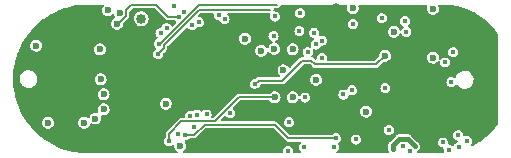
<source format=gbr>
G04 #@! TF.GenerationSoftware,KiCad,Pcbnew,6.0.9-8da3e8f707~116~ubuntu22.04.1*
G04 #@! TF.CreationDate,2022-12-14T18:32:49+01:00*
G04 #@! TF.ProjectId,nRF52832_qfaa,6e524635-3238-4333-925f-716661612e6b,rev?*
G04 #@! TF.SameCoordinates,Original*
G04 #@! TF.FileFunction,Copper,L2,Inr*
G04 #@! TF.FilePolarity,Positive*
%FSLAX45Y45*%
G04 Gerber Fmt 4.5, Leading zero omitted, Abs format (unit mm)*
G04 Created by KiCad (PCBNEW 6.0.9-8da3e8f707~116~ubuntu22.04.1) date 2022-12-14 18:32:49*
%MOMM*%
%LPD*%
G01*
G04 APERTURE LIST*
G04 #@! TA.AperFunction,ComponentPad*
%ADD10C,0.500000*%
G04 #@! TD*
G04 #@! TA.AperFunction,ComponentPad*
%ADD11C,0.908000*%
G04 #@! TD*
G04 #@! TA.AperFunction,ComponentPad*
%ADD12C,0.850000*%
G04 #@! TD*
G04 #@! TA.AperFunction,ViaPad*
%ADD13C,0.600000*%
G04 #@! TD*
G04 #@! TA.AperFunction,ViaPad*
%ADD14C,0.450000*%
G04 #@! TD*
G04 #@! TA.AperFunction,ViaPad*
%ADD15C,0.800000*%
G04 #@! TD*
G04 #@! TA.AperFunction,Conductor*
%ADD16C,0.400000*%
G04 #@! TD*
G04 #@! TA.AperFunction,Conductor*
%ADD17C,0.150000*%
G04 #@! TD*
G04 #@! TA.AperFunction,Conductor*
%ADD18C,0.127000*%
G04 #@! TD*
G04 #@! TA.AperFunction,Conductor*
%ADD19C,0.200000*%
G04 #@! TD*
G04 APERTURE END LIST*
D10*
X6473080Y-3097020D03*
X6568080Y-3097020D03*
X6568080Y-3192020D03*
X6473080Y-3192020D03*
D11*
X4745584Y-3644560D03*
X4745584Y-3524560D03*
X4745584Y-3404560D03*
X4745584Y-3284560D03*
X4625584Y-3644560D03*
X4625584Y-3524560D03*
X4625584Y-3404560D03*
X4625584Y-3284560D03*
X4505584Y-3644560D03*
X4505584Y-3524560D03*
X4505584Y-3404560D03*
X4505584Y-3284560D03*
X4385584Y-3644560D03*
X4385584Y-3524560D03*
X4385584Y-3404560D03*
X4385584Y-3284560D03*
D12*
X4051300Y-3022600D03*
D13*
X5935980Y-3667760D03*
X5684520Y-3695146D03*
D14*
X4100688Y-3663696D03*
X4233784Y-4023360D03*
X3928984Y-3083560D03*
X3890884Y-3134360D03*
X3801984Y-3147060D03*
X6845300Y-3037840D03*
X6964680Y-3121660D03*
X6628550Y-3464560D03*
X6977380Y-3365500D03*
X6441440Y-4064000D03*
X4144955Y-3274131D03*
D13*
X3326384Y-3282696D03*
D14*
X5305883Y-3831459D03*
X4754484Y-4087763D03*
X6537950Y-3881120D03*
D13*
X4151884Y-4120896D03*
D14*
X4192611Y-3080487D03*
D13*
X5713984Y-3858260D03*
D14*
X6537950Y-3716020D03*
D13*
X5104384Y-4019296D03*
D14*
X4919584Y-2997200D03*
D13*
X3192780Y-3832860D03*
D14*
X6017260Y-4130040D03*
X6101080Y-3210560D03*
D13*
X3631184Y-3981196D03*
D15*
X5702300Y-2933700D03*
D14*
X6384681Y-3312160D03*
X4652884Y-4087763D03*
X5003800Y-3223260D03*
D13*
X5468620Y-3434080D03*
X5051759Y-3637796D03*
D14*
X6537950Y-3827780D03*
D13*
X3638682Y-3483950D03*
X6464477Y-3998197D03*
D14*
X6537950Y-3769360D03*
X6177280Y-3528060D03*
D13*
X6977380Y-3223260D03*
D14*
X4144813Y-3375589D03*
X6278880Y-2980960D03*
X6654800Y-4132580D03*
X4498960Y-3936380D03*
X5292123Y-4143998D03*
D13*
X3262884Y-3904996D03*
X4930140Y-3192780D03*
D14*
X5867400Y-4046220D03*
X6809740Y-4058920D03*
X6370320Y-4104640D03*
X6738620Y-4112260D03*
X4805406Y-3821416D03*
D13*
X3162300Y-3251200D03*
X4259184Y-3743960D03*
D14*
X6736080Y-4010660D03*
X6184900Y-4130040D03*
X6609080Y-4071620D03*
X6327140Y-4140200D03*
X6118480Y-3612260D03*
D13*
X4381500Y-4099560D03*
X3568700Y-3905246D03*
D14*
X4461867Y-3846470D03*
X4194884Y-3321790D03*
D13*
X3732784Y-3790696D03*
D14*
X4198884Y-3233560D03*
D13*
X3732784Y-3663696D03*
D14*
X4214988Y-3143610D03*
D13*
X3701475Y-3282549D03*
X6520180Y-2939796D03*
D14*
X6284280Y-3045460D03*
D13*
X6189980Y-3134360D03*
X5255774Y-3459994D03*
D14*
X5834380Y-3629660D03*
D13*
X5532120Y-3540760D03*
D14*
X5581930Y-3208939D03*
X6088380Y-3020060D03*
X5531644Y-3241579D03*
X5844148Y-3070860D03*
D13*
X5842000Y-2933700D03*
D14*
X5514904Y-3141757D03*
D13*
X5067300Y-3294380D03*
D14*
X4411027Y-2965148D03*
D13*
X3873201Y-2975961D03*
X3770884Y-2952496D03*
D14*
X4328192Y-2918423D03*
D13*
X3847143Y-3066796D03*
D14*
X4372339Y-3010945D03*
X6691806Y-3305635D03*
X4709160Y-2991350D03*
X4757210Y-3027201D03*
X5460815Y-3306917D03*
D13*
X5180584Y-3689096D03*
X5955284Y-3810046D03*
D14*
X4284980Y-4061460D03*
D13*
X5177559Y-3278387D03*
D14*
X5016300Y-3578471D03*
D13*
X6113780Y-3337560D03*
D14*
X4424682Y-4009105D03*
X5701284Y-4036060D03*
X4520866Y-3835832D03*
D13*
X3662890Y-3868931D03*
X3707384Y-3536696D03*
D14*
X4265788Y-3103599D03*
X5581886Y-3353834D03*
X5390500Y-3128310D03*
X5171550Y-3172460D03*
X4361538Y-4000543D03*
X5681600Y-4110100D03*
X4540634Y-3054210D03*
X5430140Y-4110100D03*
X4483100Y-3078480D03*
X4604136Y-3834516D03*
X5440680Y-3690620D03*
X5302163Y-3900083D03*
X5763260Y-3665220D03*
D13*
X5332984Y-3282696D03*
D14*
X6677660Y-3561080D03*
X6624320Y-3393440D03*
X6268720Y-4102100D03*
X6296660Y-3134360D03*
D13*
X6521150Y-3352800D03*
D14*
X5398520Y-2975860D03*
D13*
X5332984Y-3689096D03*
D14*
X5184140Y-3004820D03*
X6146800Y-3967480D03*
D16*
X6184900Y-4130040D02*
X6184900Y-4094480D01*
X6235700Y-4043680D02*
X6309360Y-4043680D01*
X6309360Y-4043680D02*
X6370320Y-4104640D01*
X6184900Y-4094480D02*
X6235700Y-4043680D01*
D17*
X4194884Y-3321790D02*
X4243884Y-3272790D01*
X4243884Y-3272790D02*
X4243884Y-3246576D01*
X4243884Y-3246576D02*
X4544060Y-2946400D01*
X4544060Y-2946400D02*
X5143500Y-2946400D01*
X4531360Y-2915564D02*
X4213364Y-3233560D01*
X4213364Y-3233560D02*
X4198884Y-3233560D01*
X5201480Y-2908300D02*
X4531360Y-2908300D01*
X4531360Y-2908300D02*
X4531360Y-2915564D01*
D18*
X3924502Y-2997211D02*
X3854918Y-3066796D01*
X3968857Y-2908300D02*
X3924502Y-2952654D01*
X3854918Y-3066796D02*
X3847143Y-3066796D01*
X3924502Y-2952654D02*
X3924502Y-2997211D01*
X4178300Y-2908300D02*
X3968857Y-2908300D01*
X4372339Y-3010945D02*
X4280945Y-3010945D01*
X4280945Y-3010945D02*
X4178300Y-2908300D01*
X4875784Y-3689096D02*
X5180584Y-3689096D01*
X4391660Y-3891280D02*
X4673600Y-3891280D01*
X4284980Y-3997960D02*
X4391660Y-3891280D01*
X4673600Y-3891280D02*
X4875784Y-3689096D01*
X4284980Y-4061460D02*
X4284980Y-3997960D01*
D19*
X5414400Y-3379080D02*
X5491402Y-3379080D01*
X5521002Y-3408680D02*
X6042660Y-3408680D01*
X5016300Y-3578471D02*
X5045375Y-3549396D01*
X5491402Y-3379080D02*
X5521002Y-3408680D01*
X5244084Y-3549396D02*
X5414400Y-3379080D01*
X5045375Y-3549396D02*
X5244084Y-3549396D01*
X6042660Y-3408680D02*
X6113780Y-3337560D01*
D17*
X5295900Y-4036060D02*
X5701284Y-4036060D01*
X4498265Y-4009105D02*
X4587240Y-3920130D01*
X4424682Y-4009105D02*
X4498265Y-4009105D01*
X4587240Y-3920130D02*
X5179970Y-3920130D01*
X5179970Y-3920130D02*
X5295900Y-4036060D01*
G04 #@! TA.AperFunction,Conductor*
G36*
X3729605Y-2905592D02*
G01*
X3733564Y-2911042D01*
X3733564Y-2917778D01*
X3731368Y-2921625D01*
X3728622Y-2924735D01*
X3728292Y-2925438D01*
X3728292Y-2925438D01*
X3722859Y-2937009D01*
X3722859Y-2937009D01*
X3722529Y-2937712D01*
X3722409Y-2938480D01*
X3720896Y-2948200D01*
X3720323Y-2951878D01*
X3722182Y-2966094D01*
X3727956Y-2979216D01*
X3728455Y-2979810D01*
X3728455Y-2979811D01*
X3736681Y-2989597D01*
X3737181Y-2990191D01*
X3749115Y-2998135D01*
X3749856Y-2998366D01*
X3762059Y-3002179D01*
X3762059Y-3002179D01*
X3762800Y-3002410D01*
X3770557Y-3002552D01*
X3776358Y-3002659D01*
X3776358Y-3002659D01*
X3777134Y-3002673D01*
X3790966Y-2998902D01*
X3803183Y-2991400D01*
X3806787Y-2987419D01*
X3812629Y-2984066D01*
X3819327Y-2984788D01*
X3824321Y-2989309D01*
X3824844Y-2990344D01*
X3830273Y-3002682D01*
X3830773Y-3003276D01*
X3830773Y-3003276D01*
X3830985Y-3003529D01*
X3831088Y-3003782D01*
X3831183Y-3003936D01*
X3831157Y-3003952D01*
X3833514Y-3009772D01*
X3831890Y-3016310D01*
X3827134Y-3020456D01*
X3826496Y-3020639D01*
X3825839Y-3021053D01*
X3825838Y-3021053D01*
X3815027Y-3027875D01*
X3814371Y-3028289D01*
X3804880Y-3039035D01*
X3804550Y-3039738D01*
X3804550Y-3039738D01*
X3799118Y-3051309D01*
X3799117Y-3051309D01*
X3798787Y-3052012D01*
X3796582Y-3066178D01*
X3798441Y-3080394D01*
X3804215Y-3093516D01*
X3804714Y-3094110D01*
X3804714Y-3094111D01*
X3812218Y-3103038D01*
X3813440Y-3104491D01*
X3825374Y-3112435D01*
X3826115Y-3112666D01*
X3838317Y-3116479D01*
X3838318Y-3116479D01*
X3839058Y-3116710D01*
X3846816Y-3116852D01*
X3852617Y-3116959D01*
X3852617Y-3116959D01*
X3853393Y-3116973D01*
X3867224Y-3113202D01*
X3879442Y-3105700D01*
X3889063Y-3095071D01*
X3895314Y-3082169D01*
X3897692Y-3068031D01*
X3897707Y-3066796D01*
X3897677Y-3066581D01*
X3899325Y-3060102D01*
X3900834Y-3058215D01*
X3937109Y-3021940D01*
X3988294Y-3021940D01*
X3989955Y-3036988D01*
X3995158Y-3051206D01*
X3995524Y-3051751D01*
X3995525Y-3051751D01*
X4002448Y-3062053D01*
X4003602Y-3063772D01*
X4004088Y-3064213D01*
X4004088Y-3064213D01*
X4012323Y-3071707D01*
X4014800Y-3073961D01*
X4028105Y-3081185D01*
X4042749Y-3085026D01*
X4049439Y-3085131D01*
X4057229Y-3085254D01*
X4057229Y-3085254D01*
X4057886Y-3085264D01*
X4058527Y-3085117D01*
X4058527Y-3085117D01*
X4072004Y-3082031D01*
X4072644Y-3081884D01*
X4073230Y-3081589D01*
X4073230Y-3081589D01*
X4085582Y-3075377D01*
X4085582Y-3075377D01*
X4086169Y-3075082D01*
X4097681Y-3065249D01*
X4106516Y-3052955D01*
X4106997Y-3051759D01*
X4111917Y-3039518D01*
X4112162Y-3038908D01*
X4112348Y-3037606D01*
X4114245Y-3024272D01*
X4114245Y-3024271D01*
X4114296Y-3023920D01*
X4114309Y-3022600D01*
X4114122Y-3021053D01*
X4113227Y-3013656D01*
X4112491Y-3007570D01*
X4112258Y-3006956D01*
X4112258Y-3006955D01*
X4107992Y-2995664D01*
X4107139Y-2993408D01*
X4100756Y-2984120D01*
X4098936Y-2981472D01*
X4098564Y-2980931D01*
X4098074Y-2980494D01*
X4098074Y-2980494D01*
X4087751Y-2971297D01*
X4087751Y-2971297D01*
X4087260Y-2970860D01*
X4078577Y-2966262D01*
X4074461Y-2964083D01*
X4074460Y-2964083D01*
X4073880Y-2963776D01*
X4073244Y-2963616D01*
X4073244Y-2963616D01*
X4064887Y-2961517D01*
X4059197Y-2960087D01*
X4051679Y-2960048D01*
X4044715Y-2960012D01*
X4044714Y-2960012D01*
X4044058Y-2960008D01*
X4043419Y-2960162D01*
X4043419Y-2960162D01*
X4042164Y-2960463D01*
X4029337Y-2963542D01*
X4028753Y-2963844D01*
X4028753Y-2963844D01*
X4016467Y-2970185D01*
X4016467Y-2970185D01*
X4015883Y-2970486D01*
X4014349Y-2971825D01*
X4007361Y-2977921D01*
X4004475Y-2980438D01*
X4000405Y-2986229D01*
X3996696Y-2991507D01*
X3995770Y-2992825D01*
X3990270Y-3006930D01*
X3990184Y-3007582D01*
X3990184Y-3007582D01*
X3988795Y-3018133D01*
X3988294Y-3021940D01*
X3937109Y-3021940D01*
X3940573Y-3018476D01*
X3942224Y-3017121D01*
X3942643Y-3016841D01*
X3943536Y-3016244D01*
X3945008Y-3014040D01*
X3945009Y-3014040D01*
X3945634Y-3013104D01*
X3947232Y-3010713D01*
X3949371Y-3007512D01*
X3949608Y-3006317D01*
X3951210Y-2998264D01*
X3951420Y-2997211D01*
X3951112Y-2995664D01*
X3950902Y-2993537D01*
X3950902Y-2968105D01*
X3952984Y-2961698D01*
X3954095Y-2960397D01*
X3976599Y-2937892D01*
X3982602Y-2934834D01*
X3984307Y-2934700D01*
X4162850Y-2934700D01*
X4169257Y-2936782D01*
X4170557Y-2937892D01*
X4259680Y-3027015D01*
X4261035Y-3028667D01*
X4261912Y-3029978D01*
X4270644Y-3035813D01*
X4278345Y-3037345D01*
X4278345Y-3037345D01*
X4278345Y-3037345D01*
X4279892Y-3037653D01*
X4279892Y-3037653D01*
X4280945Y-3037862D01*
X4282492Y-3037554D01*
X4284618Y-3037345D01*
X4334050Y-3037345D01*
X4340456Y-3039427D01*
X4341757Y-3040537D01*
X4346884Y-3045664D01*
X4349942Y-3051666D01*
X4348888Y-3058320D01*
X4346883Y-3061079D01*
X4321053Y-3086909D01*
X4315051Y-3089968D01*
X4308397Y-3088914D01*
X4303633Y-3084150D01*
X4301030Y-3079041D01*
X4301030Y-3079041D01*
X4300641Y-3078277D01*
X4291110Y-3068746D01*
X4290248Y-3068307D01*
X4286070Y-3066178D01*
X4279101Y-3062627D01*
X4278253Y-3062493D01*
X4278253Y-3062493D01*
X4266635Y-3060653D01*
X4265788Y-3060519D01*
X4264941Y-3060653D01*
X4253323Y-3062493D01*
X4253323Y-3062493D01*
X4252475Y-3062627D01*
X4245506Y-3066178D01*
X4241329Y-3068307D01*
X4240466Y-3068746D01*
X4230935Y-3078277D01*
X4230546Y-3079041D01*
X4230546Y-3079041D01*
X4229857Y-3080394D01*
X4224816Y-3090286D01*
X4224629Y-3091469D01*
X4224475Y-3091770D01*
X4224417Y-3091950D01*
X4224389Y-3091940D01*
X4221571Y-3097471D01*
X4215569Y-3100529D01*
X4215180Y-3100560D01*
X4214988Y-3100529D01*
X4214416Y-3100620D01*
X4214415Y-3100620D01*
X4202523Y-3102504D01*
X4202523Y-3102504D01*
X4201675Y-3102638D01*
X4189666Y-3108757D01*
X4180135Y-3118288D01*
X4179746Y-3119052D01*
X4179746Y-3119052D01*
X4179479Y-3119576D01*
X4174016Y-3130297D01*
X4173882Y-3131144D01*
X4173882Y-3131145D01*
X4172858Y-3137607D01*
X4171908Y-3143610D01*
X4172042Y-3144457D01*
X4173882Y-3156075D01*
X4173882Y-3156075D01*
X4174016Y-3156922D01*
X4177394Y-3163552D01*
X4179644Y-3167967D01*
X4180135Y-3168932D01*
X4187033Y-3175830D01*
X4190091Y-3181832D01*
X4189037Y-3188486D01*
X4184274Y-3193249D01*
X4174327Y-3198317D01*
X4174326Y-3198318D01*
X4173562Y-3198707D01*
X4164031Y-3208238D01*
X4157912Y-3220247D01*
X4157778Y-3221095D01*
X4157778Y-3221095D01*
X4156638Y-3228291D01*
X4155804Y-3233560D01*
X4155938Y-3234407D01*
X4157778Y-3246025D01*
X4157778Y-3246025D01*
X4157912Y-3246872D01*
X4164031Y-3258882D01*
X4173562Y-3268413D01*
X4173381Y-3268594D01*
X4176603Y-3273030D01*
X4176603Y-3279766D01*
X4172643Y-3285216D01*
X4171185Y-3286110D01*
X4170326Y-3286548D01*
X4170326Y-3286548D01*
X4169562Y-3286937D01*
X4160031Y-3296468D01*
X4159642Y-3297232D01*
X4159642Y-3297232D01*
X4159290Y-3297922D01*
X4153912Y-3308477D01*
X4153778Y-3309324D01*
X4153778Y-3309325D01*
X4152516Y-3317292D01*
X4151804Y-3321790D01*
X4151938Y-3322637D01*
X4153778Y-3334255D01*
X4153778Y-3334255D01*
X4153912Y-3335102D01*
X4160031Y-3347112D01*
X4169562Y-3356643D01*
X4170326Y-3357032D01*
X4170326Y-3357032D01*
X4172614Y-3358198D01*
X4181571Y-3362762D01*
X4182419Y-3362896D01*
X4182419Y-3362896D01*
X4194037Y-3364736D01*
X4194884Y-3364870D01*
X4195731Y-3364736D01*
X4207349Y-3362896D01*
X4207349Y-3362896D01*
X4208197Y-3362762D01*
X4217154Y-3358198D01*
X4219442Y-3357032D01*
X4219442Y-3357032D01*
X4220206Y-3356643D01*
X4229737Y-3347112D01*
X4235856Y-3335102D01*
X4235990Y-3334255D01*
X4235990Y-3334255D01*
X4237830Y-3322637D01*
X4237964Y-3321790D01*
X4238001Y-3321795D01*
X4239912Y-3315913D01*
X4241023Y-3314613D01*
X4260688Y-3294948D01*
X4262132Y-3293762D01*
X5016739Y-3293762D01*
X5018598Y-3307978D01*
X5024372Y-3321100D01*
X5024871Y-3321694D01*
X5024872Y-3321695D01*
X5032015Y-3330193D01*
X5033597Y-3332075D01*
X5045531Y-3340019D01*
X5046272Y-3340250D01*
X5058475Y-3344063D01*
X5058475Y-3344063D01*
X5059216Y-3344294D01*
X5066974Y-3344436D01*
X5072774Y-3344543D01*
X5072774Y-3344543D01*
X5073550Y-3344557D01*
X5087382Y-3340786D01*
X5099599Y-3333284D01*
X5100290Y-3332522D01*
X5107879Y-3324137D01*
X5109220Y-3322655D01*
X5115471Y-3309753D01*
X5115600Y-3308987D01*
X5115741Y-3308546D01*
X5119672Y-3303076D01*
X5126068Y-3300960D01*
X5132485Y-3303008D01*
X5134530Y-3305193D01*
X5134631Y-3305108D01*
X5142336Y-3314274D01*
X5143856Y-3316082D01*
X5155790Y-3324026D01*
X5156531Y-3324258D01*
X5168734Y-3328070D01*
X5168734Y-3328070D01*
X5169475Y-3328302D01*
X5177233Y-3328444D01*
X5183033Y-3328550D01*
X5183033Y-3328550D01*
X5183809Y-3328564D01*
X5197641Y-3324793D01*
X5209858Y-3317292D01*
X5219479Y-3306663D01*
X5225730Y-3293761D01*
X5227696Y-3282078D01*
X5282423Y-3282078D01*
X5284282Y-3296294D01*
X5290056Y-3309416D01*
X5290555Y-3310010D01*
X5290556Y-3310011D01*
X5298710Y-3319712D01*
X5299281Y-3320391D01*
X5311215Y-3328335D01*
X5311956Y-3328566D01*
X5324159Y-3332379D01*
X5324159Y-3332379D01*
X5324900Y-3332610D01*
X5332658Y-3332752D01*
X5338458Y-3332859D01*
X5338458Y-3332859D01*
X5339234Y-3332873D01*
X5353066Y-3329102D01*
X5365283Y-3321600D01*
X5374904Y-3310971D01*
X5381155Y-3298069D01*
X5382799Y-3288301D01*
X5383464Y-3284347D01*
X5383464Y-3284347D01*
X5383534Y-3283931D01*
X5383549Y-3282696D01*
X5381516Y-3268504D01*
X5375582Y-3255453D01*
X5366224Y-3244592D01*
X5354194Y-3236794D01*
X5352133Y-3236178D01*
X5341202Y-3232909D01*
X5341202Y-3232909D01*
X5340458Y-3232687D01*
X5333290Y-3232643D01*
X5326898Y-3232604D01*
X5326898Y-3232604D01*
X5326122Y-3232599D01*
X5325375Y-3232812D01*
X5325375Y-3232812D01*
X5313083Y-3236325D01*
X5313083Y-3236325D01*
X5312337Y-3236539D01*
X5311680Y-3236953D01*
X5301102Y-3243628D01*
X5300212Y-3244189D01*
X5290722Y-3254935D01*
X5290392Y-3255638D01*
X5290392Y-3255638D01*
X5284959Y-3267209D01*
X5284959Y-3267209D01*
X5284629Y-3267912D01*
X5284509Y-3268680D01*
X5282978Y-3278515D01*
X5282423Y-3282078D01*
X5227696Y-3282078D01*
X5228039Y-3280038D01*
X5228039Y-3280038D01*
X5228109Y-3279623D01*
X5228124Y-3278387D01*
X5226091Y-3264196D01*
X5220157Y-3251145D01*
X5210799Y-3240284D01*
X5198769Y-3232486D01*
X5192518Y-3230617D01*
X5186976Y-3226786D01*
X5184744Y-3220430D01*
X5186674Y-3213976D01*
X5190692Y-3210462D01*
X5196108Y-3207702D01*
X5196108Y-3207702D01*
X5196872Y-3207313D01*
X5206403Y-3197782D01*
X5212522Y-3185773D01*
X5212656Y-3184925D01*
X5212656Y-3184925D01*
X5214496Y-3173307D01*
X5214630Y-3172460D01*
X5214148Y-3169416D01*
X5212656Y-3159995D01*
X5212656Y-3159995D01*
X5212522Y-3159147D01*
X5206403Y-3147138D01*
X5196872Y-3137607D01*
X5184863Y-3131488D01*
X5184015Y-3131354D01*
X5184015Y-3131354D01*
X5172397Y-3129514D01*
X5171550Y-3129380D01*
X5170703Y-3129514D01*
X5159085Y-3131354D01*
X5159085Y-3131354D01*
X5158237Y-3131488D01*
X5146228Y-3137607D01*
X5136697Y-3147138D01*
X5130578Y-3159147D01*
X5130444Y-3159995D01*
X5130444Y-3159995D01*
X5128952Y-3169416D01*
X5128470Y-3172460D01*
X5128604Y-3173307D01*
X5130444Y-3184925D01*
X5130444Y-3184925D01*
X5130578Y-3185773D01*
X5136697Y-3197782D01*
X5146228Y-3207313D01*
X5146992Y-3207702D01*
X5146992Y-3207702D01*
X5148044Y-3208238D01*
X5156787Y-3212693D01*
X5157074Y-3212839D01*
X5161838Y-3217603D01*
X5162891Y-3224256D01*
X5159833Y-3230259D01*
X5157011Y-3232202D01*
X5156912Y-3232230D01*
X5155989Y-3232812D01*
X5147103Y-3238419D01*
X5144787Y-3239880D01*
X5135297Y-3250626D01*
X5134967Y-3251329D01*
X5134967Y-3251329D01*
X5129633Y-3262689D01*
X5129204Y-3263604D01*
X5129113Y-3264188D01*
X5125298Y-3269637D01*
X5118928Y-3271830D01*
X5112486Y-3269861D01*
X5109921Y-3267186D01*
X5109898Y-3267137D01*
X5109246Y-3266380D01*
X5101047Y-3256864D01*
X5100540Y-3256276D01*
X5088510Y-3248478D01*
X5085696Y-3247637D01*
X5075518Y-3244593D01*
X5075518Y-3244593D01*
X5074774Y-3244371D01*
X5067606Y-3244327D01*
X5061214Y-3244288D01*
X5061214Y-3244288D01*
X5060438Y-3244283D01*
X5059691Y-3244496D01*
X5059691Y-3244496D01*
X5047399Y-3248009D01*
X5047399Y-3248009D01*
X5046653Y-3248223D01*
X5045996Y-3248637D01*
X5036015Y-3254935D01*
X5034528Y-3255873D01*
X5025038Y-3266619D01*
X5024708Y-3267322D01*
X5024708Y-3267322D01*
X5019275Y-3278893D01*
X5019275Y-3278893D01*
X5018945Y-3279596D01*
X5018825Y-3280364D01*
X5017016Y-3291985D01*
X5016739Y-3293762D01*
X4262132Y-3293762D01*
X4262339Y-3293592D01*
X4262854Y-3293249D01*
X4262854Y-3293248D01*
X4263747Y-3292652D01*
X4265676Y-3289765D01*
X4269836Y-3283539D01*
X4270156Y-3281931D01*
X4271434Y-3275503D01*
X4271434Y-3275503D01*
X4271434Y-3275502D01*
X4271434Y-3275502D01*
X4271974Y-3272790D01*
X4271644Y-3271129D01*
X4271434Y-3269003D01*
X4271434Y-3262502D01*
X4273516Y-3256095D01*
X4274627Y-3254795D01*
X4337259Y-3192162D01*
X4879579Y-3192162D01*
X4881438Y-3206378D01*
X4887212Y-3219500D01*
X4887711Y-3220094D01*
X4887712Y-3220095D01*
X4894580Y-3228266D01*
X4896437Y-3230475D01*
X4908371Y-3238419D01*
X4909112Y-3238650D01*
X4921315Y-3242463D01*
X4921315Y-3242463D01*
X4922056Y-3242694D01*
X4929814Y-3242836D01*
X4935614Y-3242943D01*
X4935614Y-3242943D01*
X4936390Y-3242957D01*
X4950222Y-3239186D01*
X4962439Y-3231684D01*
X4963730Y-3230259D01*
X4971539Y-3221631D01*
X4972060Y-3221055D01*
X4978311Y-3208153D01*
X4980276Y-3196474D01*
X4980620Y-3194431D01*
X4980620Y-3194431D01*
X4980690Y-3194015D01*
X4980705Y-3192780D01*
X4978672Y-3178588D01*
X4972738Y-3165537D01*
X4963380Y-3154676D01*
X4951350Y-3146878D01*
X4948624Y-3146063D01*
X4938358Y-3142993D01*
X4938358Y-3142993D01*
X4937614Y-3142771D01*
X4930446Y-3142727D01*
X4924054Y-3142688D01*
X4924054Y-3142688D01*
X4923278Y-3142683D01*
X4922531Y-3142896D01*
X4922531Y-3142896D01*
X4910239Y-3146409D01*
X4910239Y-3146409D01*
X4909493Y-3146623D01*
X4908836Y-3147037D01*
X4906250Y-3148669D01*
X4897368Y-3154273D01*
X4887878Y-3165019D01*
X4887548Y-3165722D01*
X4887548Y-3165722D01*
X4882115Y-3177293D01*
X4882115Y-3177293D01*
X4881785Y-3177996D01*
X4881665Y-3178764D01*
X4879752Y-3191050D01*
X4879579Y-3192162D01*
X4337259Y-3192162D01*
X4401112Y-3128310D01*
X5347420Y-3128310D01*
X5347554Y-3129157D01*
X5349394Y-3140775D01*
X5349394Y-3140775D01*
X5349528Y-3141623D01*
X5355647Y-3153632D01*
X5365178Y-3163163D01*
X5365942Y-3163552D01*
X5365942Y-3163552D01*
X5367678Y-3164437D01*
X5377187Y-3169282D01*
X5378035Y-3169416D01*
X5378035Y-3169416D01*
X5389653Y-3171256D01*
X5390500Y-3171390D01*
X5391347Y-3171256D01*
X5402965Y-3169416D01*
X5402965Y-3169416D01*
X5403813Y-3169282D01*
X5413322Y-3164437D01*
X5415058Y-3163552D01*
X5415058Y-3163552D01*
X5415822Y-3163163D01*
X5425353Y-3153632D01*
X5431472Y-3141623D01*
X5431606Y-3140775D01*
X5431606Y-3140775D01*
X5433446Y-3129157D01*
X5433580Y-3128310D01*
X5433005Y-3124677D01*
X5431606Y-3115845D01*
X5431606Y-3115845D01*
X5431472Y-3114997D01*
X5425353Y-3102988D01*
X5415822Y-3093457D01*
X5403813Y-3087338D01*
X5402965Y-3087204D01*
X5402965Y-3087204D01*
X5391347Y-3085364D01*
X5390500Y-3085230D01*
X5389653Y-3085364D01*
X5378035Y-3087204D01*
X5378035Y-3087204D01*
X5377187Y-3087338D01*
X5365178Y-3093457D01*
X5355647Y-3102988D01*
X5349528Y-3114997D01*
X5349394Y-3115845D01*
X5349394Y-3115845D01*
X5347995Y-3124677D01*
X5347420Y-3128310D01*
X4401112Y-3128310D01*
X4430001Y-3099421D01*
X4436003Y-3096362D01*
X4442657Y-3097416D01*
X4447420Y-3102179D01*
X4447858Y-3103038D01*
X4447858Y-3103038D01*
X4448247Y-3103802D01*
X4457778Y-3113333D01*
X4458542Y-3113722D01*
X4458542Y-3113722D01*
X4459545Y-3114233D01*
X4469787Y-3119452D01*
X4470635Y-3119586D01*
X4470635Y-3119586D01*
X4482253Y-3121426D01*
X4483100Y-3121560D01*
X4483947Y-3121426D01*
X4495565Y-3119586D01*
X4495565Y-3119586D01*
X4496413Y-3119452D01*
X4506656Y-3114233D01*
X4507658Y-3113722D01*
X4507658Y-3113722D01*
X4508422Y-3113333D01*
X4517953Y-3103802D01*
X4518342Y-3103038D01*
X4518342Y-3103038D01*
X4519121Y-3101509D01*
X4523885Y-3096745D01*
X4530538Y-3095691D01*
X4540634Y-3097290D01*
X4541481Y-3097156D01*
X4553099Y-3095316D01*
X4553099Y-3095316D01*
X4553947Y-3095182D01*
X4563555Y-3090286D01*
X4565192Y-3089452D01*
X4565192Y-3089452D01*
X4565956Y-3089063D01*
X4575487Y-3079532D01*
X4579906Y-3070860D01*
X5801068Y-3070860D01*
X5801202Y-3071707D01*
X5803042Y-3083325D01*
X5803042Y-3083325D01*
X5803177Y-3084173D01*
X5805867Y-3089452D01*
X5808588Y-3094792D01*
X5809296Y-3096182D01*
X5818826Y-3105713D01*
X5819590Y-3106102D01*
X5819590Y-3106102D01*
X5821583Y-3107117D01*
X5830836Y-3111832D01*
X5831683Y-3111966D01*
X5831683Y-3111966D01*
X5843301Y-3113806D01*
X5844148Y-3113940D01*
X5844996Y-3113806D01*
X5856613Y-3111966D01*
X5856614Y-3111966D01*
X5857461Y-3111832D01*
X5866714Y-3107117D01*
X5868706Y-3106102D01*
X5868707Y-3106102D01*
X5869470Y-3105713D01*
X5879001Y-3096182D01*
X5879709Y-3094792D01*
X5882430Y-3089452D01*
X5885120Y-3084173D01*
X5885255Y-3083325D01*
X5885255Y-3083325D01*
X5887095Y-3071707D01*
X5887229Y-3070860D01*
X5886821Y-3068287D01*
X5885255Y-3058395D01*
X5885255Y-3058395D01*
X5885120Y-3057547D01*
X5879001Y-3045538D01*
X5869470Y-3036007D01*
X5857461Y-3029888D01*
X5856614Y-3029754D01*
X5856613Y-3029754D01*
X5844996Y-3027914D01*
X5844148Y-3027780D01*
X5843301Y-3027914D01*
X5831683Y-3029754D01*
X5831683Y-3029754D01*
X5830836Y-3029888D01*
X5818826Y-3036007D01*
X5809296Y-3045538D01*
X5803177Y-3057547D01*
X5803042Y-3058395D01*
X5803042Y-3058395D01*
X5801476Y-3068287D01*
X5801068Y-3070860D01*
X4579906Y-3070860D01*
X4581606Y-3067523D01*
X4581740Y-3066675D01*
X4581740Y-3066675D01*
X4583580Y-3055057D01*
X4583714Y-3054210D01*
X4583141Y-3050589D01*
X4581740Y-3041745D01*
X4581740Y-3041745D01*
X4581606Y-3040897D01*
X4576346Y-3030575D01*
X4575876Y-3029652D01*
X4575876Y-3029652D01*
X4575487Y-3028888D01*
X4565956Y-3019357D01*
X4564227Y-3018476D01*
X4559976Y-3016310D01*
X4553947Y-3013238D01*
X4544561Y-3011752D01*
X4542476Y-3011421D01*
X4536474Y-3008363D01*
X4533415Y-3002361D01*
X4534469Y-2995707D01*
X4536474Y-2992948D01*
X4552279Y-2977142D01*
X4558282Y-2974084D01*
X4559987Y-2973950D01*
X4656073Y-2973950D01*
X4662480Y-2976032D01*
X4666440Y-2981482D01*
X4666839Y-2986555D01*
X4666080Y-2991350D01*
X4666214Y-2992197D01*
X4668054Y-3003815D01*
X4668054Y-3003815D01*
X4668188Y-3004663D01*
X4671469Y-3011102D01*
X4673321Y-3014736D01*
X4674307Y-3016672D01*
X4683838Y-3026203D01*
X4684602Y-3026592D01*
X4684602Y-3026592D01*
X4685339Y-3026967D01*
X4695847Y-3032322D01*
X4703195Y-3033486D01*
X4708090Y-3034261D01*
X4714092Y-3037319D01*
X4716094Y-3040586D01*
X4716238Y-3040513D01*
X4722357Y-3052523D01*
X4731888Y-3062053D01*
X4732652Y-3062443D01*
X4732652Y-3062443D01*
X4734190Y-3063226D01*
X4743897Y-3068172D01*
X4744744Y-3068307D01*
X4744745Y-3068307D01*
X4756362Y-3070147D01*
X4757210Y-3070281D01*
X4758057Y-3070147D01*
X4769675Y-3068307D01*
X4769675Y-3068307D01*
X4770522Y-3068172D01*
X4780229Y-3063226D01*
X4781768Y-3062443D01*
X4781768Y-3062443D01*
X4782532Y-3062053D01*
X4792063Y-3052523D01*
X4798182Y-3040513D01*
X4798316Y-3039666D01*
X4798316Y-3039666D01*
X4800156Y-3028048D01*
X4800290Y-3027201D01*
X4799797Y-3024085D01*
X4798316Y-3014736D01*
X4798316Y-3014735D01*
X4798182Y-3013888D01*
X4793119Y-3003952D01*
X4792452Y-3002643D01*
X4792452Y-3002642D01*
X4792063Y-3001879D01*
X4782741Y-2992557D01*
X4779683Y-2986555D01*
X4780737Y-2979901D01*
X4785500Y-2975138D01*
X4790449Y-2973950D01*
X5134327Y-2973950D01*
X5140734Y-2976032D01*
X5144693Y-2981482D01*
X5144693Y-2988218D01*
X5144039Y-2989798D01*
X5143839Y-2990191D01*
X5143168Y-2991507D01*
X5143034Y-2992355D01*
X5143034Y-2992355D01*
X5141997Y-2998902D01*
X5141060Y-3004820D01*
X5141194Y-3005667D01*
X5143034Y-3017285D01*
X5143034Y-3017285D01*
X5143168Y-3018133D01*
X5146483Y-3024639D01*
X5148132Y-3027875D01*
X5149287Y-3030142D01*
X5158818Y-3039673D01*
X5159582Y-3040062D01*
X5159582Y-3040062D01*
X5160611Y-3040586D01*
X5170827Y-3045792D01*
X5171675Y-3045926D01*
X5171675Y-3045926D01*
X5183293Y-3047766D01*
X5184140Y-3047900D01*
X5184987Y-3047766D01*
X5196605Y-3045926D01*
X5196605Y-3045926D01*
X5197453Y-3045792D01*
X5207669Y-3040586D01*
X5208698Y-3040062D01*
X5208698Y-3040062D01*
X5209462Y-3039673D01*
X5218993Y-3030142D01*
X5220148Y-3027875D01*
X5221797Y-3024639D01*
X5224130Y-3020060D01*
X6045300Y-3020060D01*
X6045434Y-3020907D01*
X6047274Y-3032525D01*
X6047274Y-3032525D01*
X6047408Y-3033373D01*
X6053527Y-3045382D01*
X6063058Y-3054913D01*
X6075067Y-3061032D01*
X6075915Y-3061166D01*
X6075915Y-3061166D01*
X6087533Y-3063006D01*
X6088380Y-3063140D01*
X6089227Y-3063006D01*
X6100845Y-3061166D01*
X6100845Y-3061166D01*
X6101693Y-3061032D01*
X6113702Y-3054913D01*
X6123233Y-3045382D01*
X6129352Y-3033373D01*
X6129486Y-3032525D01*
X6129486Y-3032525D01*
X6131326Y-3020907D01*
X6131460Y-3020060D01*
X6130446Y-3013656D01*
X6129486Y-3007595D01*
X6129486Y-3007595D01*
X6129352Y-3006747D01*
X6123233Y-2994738D01*
X6113702Y-2985207D01*
X6111569Y-2984120D01*
X6108317Y-2982463D01*
X6101693Y-2979088D01*
X6100845Y-2978954D01*
X6100845Y-2978954D01*
X6089227Y-2977114D01*
X6088380Y-2976980D01*
X6087533Y-2977114D01*
X6075915Y-2978954D01*
X6075915Y-2978954D01*
X6075067Y-2979088D01*
X6068443Y-2982463D01*
X6065191Y-2984120D01*
X6063058Y-2985207D01*
X6053527Y-2994738D01*
X6047408Y-3006747D01*
X6047274Y-3007595D01*
X6047274Y-3007595D01*
X6046314Y-3013656D01*
X6045300Y-3020060D01*
X5224130Y-3020060D01*
X5225112Y-3018133D01*
X5225246Y-3017285D01*
X5225246Y-3017285D01*
X5227086Y-3005667D01*
X5227220Y-3004820D01*
X5226283Y-2998902D01*
X5225246Y-2992355D01*
X5225246Y-2992355D01*
X5225112Y-2991507D01*
X5220504Y-2982463D01*
X5219382Y-2980262D01*
X5219382Y-2980262D01*
X5218993Y-2979498D01*
X5215355Y-2975860D01*
X5355440Y-2975860D01*
X5355574Y-2976707D01*
X5357414Y-2988325D01*
X5357414Y-2988325D01*
X5357548Y-2989173D01*
X5363667Y-3001182D01*
X5373198Y-3010713D01*
X5373962Y-3011102D01*
X5373962Y-3011102D01*
X5374589Y-3011421D01*
X5385207Y-3016832D01*
X5386055Y-3016966D01*
X5386055Y-3016966D01*
X5397673Y-3018806D01*
X5398520Y-3018940D01*
X5399367Y-3018806D01*
X5410985Y-3016966D01*
X5410985Y-3016966D01*
X5411833Y-3016832D01*
X5422451Y-3011421D01*
X5423078Y-3011102D01*
X5423078Y-3011102D01*
X5423842Y-3010713D01*
X5433373Y-3001182D01*
X5439492Y-2989173D01*
X5439626Y-2988325D01*
X5439626Y-2988325D01*
X5441466Y-2976707D01*
X5441600Y-2975860D01*
X5441298Y-2973950D01*
X5439626Y-2963395D01*
X5439626Y-2963395D01*
X5439492Y-2962547D01*
X5433373Y-2950538D01*
X5423842Y-2941007D01*
X5423063Y-2940610D01*
X5418746Y-2938411D01*
X5411833Y-2934888D01*
X5410985Y-2934754D01*
X5410985Y-2934754D01*
X5399367Y-2932914D01*
X5398520Y-2932780D01*
X5397673Y-2932914D01*
X5386055Y-2934754D01*
X5386055Y-2934754D01*
X5385207Y-2934888D01*
X5378294Y-2938411D01*
X5373977Y-2940610D01*
X5373198Y-2941007D01*
X5363667Y-2950538D01*
X5357548Y-2962547D01*
X5357414Y-2963395D01*
X5357414Y-2963395D01*
X5355742Y-2973950D01*
X5355440Y-2975860D01*
X5215355Y-2975860D01*
X5209462Y-2969967D01*
X5197453Y-2963848D01*
X5196605Y-2963714D01*
X5196605Y-2963714D01*
X5184987Y-2961874D01*
X5184140Y-2961740D01*
X5183293Y-2961874D01*
X5182435Y-2961874D01*
X5182435Y-2961679D01*
X5176824Y-2960791D01*
X5172061Y-2956027D01*
X5171082Y-2948952D01*
X5171380Y-2947453D01*
X5171380Y-2947453D01*
X5171590Y-2946400D01*
X5171553Y-2946217D01*
X5173462Y-2940343D01*
X5178912Y-2936383D01*
X5182280Y-2935850D01*
X5204193Y-2935850D01*
X5204718Y-2935746D01*
X5204718Y-2935746D01*
X5209029Y-2934888D01*
X5212230Y-2934251D01*
X5221343Y-2928162D01*
X5227432Y-2919049D01*
X5227725Y-2917575D01*
X5228777Y-2912284D01*
X5232069Y-2906406D01*
X5238187Y-2903586D01*
X5239468Y-2903510D01*
X5783739Y-2903510D01*
X5790146Y-2905592D01*
X5794106Y-2911042D01*
X5794163Y-2917597D01*
X5793975Y-2918213D01*
X5793645Y-2918916D01*
X5792515Y-2926175D01*
X5791885Y-2930219D01*
X5791439Y-2933082D01*
X5793298Y-2947298D01*
X5799072Y-2960420D01*
X5799571Y-2961014D01*
X5799571Y-2961015D01*
X5807607Y-2970573D01*
X5808297Y-2971395D01*
X5820231Y-2979339D01*
X5820972Y-2979570D01*
X5833175Y-2983383D01*
X5833175Y-2983383D01*
X5833916Y-2983614D01*
X5841673Y-2983756D01*
X5847474Y-2983863D01*
X5847474Y-2983863D01*
X5848250Y-2983877D01*
X5862082Y-2980106D01*
X5874299Y-2972604D01*
X5883920Y-2961975D01*
X5890171Y-2949073D01*
X5892010Y-2938141D01*
X5892480Y-2935351D01*
X5892480Y-2935351D01*
X5892550Y-2934935D01*
X5892565Y-2933700D01*
X5890532Y-2919508D01*
X5890211Y-2918801D01*
X5889993Y-2918056D01*
X5890162Y-2918006D01*
X5889509Y-2912228D01*
X5892831Y-2906368D01*
X5898963Y-2903579D01*
X5900188Y-2903510D01*
X6464761Y-2903510D01*
X6471168Y-2905592D01*
X6475127Y-2911042D01*
X6475127Y-2917778D01*
X6474628Y-2919042D01*
X6472155Y-2924309D01*
X6472155Y-2924309D01*
X6471825Y-2925012D01*
X6471705Y-2925780D01*
X6469797Y-2938036D01*
X6469619Y-2939178D01*
X6471478Y-2953394D01*
X6477252Y-2966516D01*
X6477751Y-2967110D01*
X6477751Y-2967111D01*
X6485818Y-2976707D01*
X6486477Y-2977491D01*
X6498411Y-2985435D01*
X6499152Y-2985666D01*
X6511355Y-2989479D01*
X6511355Y-2989479D01*
X6512096Y-2989710D01*
X6519853Y-2989852D01*
X6525654Y-2989959D01*
X6525654Y-2989959D01*
X6526430Y-2989973D01*
X6540262Y-2986202D01*
X6552479Y-2978700D01*
X6562100Y-2968071D01*
X6568351Y-2955169D01*
X6570185Y-2944269D01*
X6570660Y-2941447D01*
X6570660Y-2941447D01*
X6570730Y-2941031D01*
X6570745Y-2939796D01*
X6568712Y-2925604D01*
X6568123Y-2924309D01*
X6565674Y-2918921D01*
X6564917Y-2912227D01*
X6568239Y-2906367D01*
X6574372Y-2903579D01*
X6575596Y-2903510D01*
X6592765Y-2903510D01*
X6594881Y-2903750D01*
X6595048Y-2903750D01*
X6596244Y-2904026D01*
X6597441Y-2903755D01*
X6598313Y-2903756D01*
X6599629Y-2903634D01*
X6638670Y-2905076D01*
X6639471Y-2905135D01*
X6681230Y-2909780D01*
X6682024Y-2909898D01*
X6723328Y-2917612D01*
X6724110Y-2917788D01*
X6764731Y-2928528D01*
X6765500Y-2928762D01*
X6783386Y-2934935D01*
X6805217Y-2942470D01*
X6805967Y-2942760D01*
X6844564Y-2959361D01*
X6845290Y-2959705D01*
X6882558Y-2979109D01*
X6883257Y-2979506D01*
X6901228Y-2990621D01*
X6918991Y-3001607D01*
X6919659Y-3002055D01*
X6927276Y-3007582D01*
X6953665Y-3026731D01*
X6954297Y-3027227D01*
X6986344Y-3054306D01*
X6986390Y-3054345D01*
X6986983Y-3054886D01*
X7016989Y-3084299D01*
X7017541Y-3084883D01*
X7045294Y-3116429D01*
X7045802Y-3117053D01*
X7067136Y-3145253D01*
X7069211Y-3150139D01*
X7075905Y-3192803D01*
X7076098Y-3194034D01*
X7076230Y-3195724D01*
X7076230Y-3877641D01*
X7076059Y-3879566D01*
X7070139Y-3912548D01*
X7069388Y-3916731D01*
X7067353Y-3921381D01*
X7045802Y-3949868D01*
X7045293Y-3950491D01*
X7042059Y-3954167D01*
X7017541Y-3982037D01*
X7016989Y-3982620D01*
X6986983Y-4012034D01*
X6986390Y-4012574D01*
X6957600Y-4036902D01*
X6954298Y-4039693D01*
X6953665Y-4040189D01*
X6931983Y-4055922D01*
X6919659Y-4064865D01*
X6918991Y-4065313D01*
X6912214Y-4069505D01*
X6883407Y-4087321D01*
X6883257Y-4087413D01*
X6882558Y-4087811D01*
X6859182Y-4099981D01*
X6858121Y-4100534D01*
X6851477Y-4101646D01*
X6845448Y-4098641D01*
X6842337Y-4092666D01*
X6843332Y-4086003D01*
X6844105Y-4084730D01*
X6844593Y-4084242D01*
X6850712Y-4072233D01*
X6850846Y-4071385D01*
X6850846Y-4071385D01*
X6852686Y-4059767D01*
X6852820Y-4058920D01*
X6852589Y-4057459D01*
X6850846Y-4046455D01*
X6850846Y-4046455D01*
X6850712Y-4045607D01*
X6845032Y-4034460D01*
X6844982Y-4034362D01*
X6844982Y-4034362D01*
X6844593Y-4033598D01*
X6835062Y-4024067D01*
X6833302Y-4023170D01*
X6828842Y-4020898D01*
X6823053Y-4017948D01*
X6822205Y-4017814D01*
X6822205Y-4017814D01*
X6810587Y-4015974D01*
X6809740Y-4015840D01*
X6808893Y-4015974D01*
X6797275Y-4017814D01*
X6797275Y-4017814D01*
X6796427Y-4017948D01*
X6795663Y-4018338D01*
X6795663Y-4018338D01*
X6794874Y-4018739D01*
X6788221Y-4019793D01*
X6782219Y-4016734D01*
X6779160Y-4010732D01*
X6779157Y-4010684D01*
X6779160Y-4010660D01*
X6778490Y-4006428D01*
X6777186Y-3998195D01*
X6777186Y-3998195D01*
X6777052Y-3997347D01*
X6770933Y-3985338D01*
X6761402Y-3975807D01*
X6760251Y-3975221D01*
X6758040Y-3974094D01*
X6749393Y-3969688D01*
X6748545Y-3969554D01*
X6748545Y-3969554D01*
X6736927Y-3967714D01*
X6736080Y-3967580D01*
X6735233Y-3967714D01*
X6723615Y-3969554D01*
X6723615Y-3969554D01*
X6722767Y-3969688D01*
X6714120Y-3974094D01*
X6711909Y-3975221D01*
X6710758Y-3975807D01*
X6701227Y-3985338D01*
X6695108Y-3997347D01*
X6694974Y-3998195D01*
X6694974Y-3998195D01*
X6693670Y-4006428D01*
X6693000Y-4010660D01*
X6693134Y-4011507D01*
X6694974Y-4023125D01*
X6694974Y-4023125D01*
X6695108Y-4023973D01*
X6701227Y-4035982D01*
X6710758Y-4045513D01*
X6711522Y-4045902D01*
X6711522Y-4045902D01*
X6713798Y-4047062D01*
X6722767Y-4051632D01*
X6723192Y-4051699D01*
X6728466Y-4055531D01*
X6730548Y-4061938D01*
X6728467Y-4068345D01*
X6724597Y-4071650D01*
X6716968Y-4075537D01*
X6713298Y-4077407D01*
X6703767Y-4086938D01*
X6703378Y-4087702D01*
X6703378Y-4087702D01*
X6698955Y-4096382D01*
X6694192Y-4101145D01*
X6687538Y-4102199D01*
X6681536Y-4099141D01*
X6680122Y-4097727D01*
X6678278Y-4096787D01*
X6676760Y-4096014D01*
X6668113Y-4091608D01*
X6660228Y-4090359D01*
X6654226Y-4087301D01*
X6651168Y-4081299D01*
X6651168Y-4077888D01*
X6652026Y-4072467D01*
X6652160Y-4071620D01*
X6651766Y-4069128D01*
X6650186Y-4059155D01*
X6650186Y-4059155D01*
X6650052Y-4058307D01*
X6643933Y-4046298D01*
X6634402Y-4036767D01*
X6633167Y-4036138D01*
X6631040Y-4035054D01*
X6622393Y-4030648D01*
X6621545Y-4030514D01*
X6621545Y-4030514D01*
X6609927Y-4028674D01*
X6609080Y-4028540D01*
X6608233Y-4028674D01*
X6596615Y-4030514D01*
X6596615Y-4030514D01*
X6595767Y-4030648D01*
X6587120Y-4035054D01*
X6584993Y-4036138D01*
X6583758Y-4036767D01*
X6574227Y-4046298D01*
X6568108Y-4058307D01*
X6567974Y-4059155D01*
X6567974Y-4059155D01*
X6566394Y-4069128D01*
X6566000Y-4071620D01*
X6566134Y-4072467D01*
X6567974Y-4084085D01*
X6567974Y-4084085D01*
X6568108Y-4084933D01*
X6574227Y-4096942D01*
X6583758Y-4106473D01*
X6595767Y-4112592D01*
X6603652Y-4113841D01*
X6609654Y-4116899D01*
X6612712Y-4122901D01*
X6612712Y-4126311D01*
X6612134Y-4129962D01*
X6611720Y-4132580D01*
X6611854Y-4133427D01*
X6613694Y-4145045D01*
X6613694Y-4145045D01*
X6613828Y-4145893D01*
X6614218Y-4146657D01*
X6614218Y-4146658D01*
X6614514Y-4147239D01*
X6615568Y-4153893D01*
X6612509Y-4159895D01*
X6606507Y-4162953D01*
X6605205Y-4163080D01*
X6603472Y-4163144D01*
X6599683Y-4163284D01*
X6598491Y-4163171D01*
X6597512Y-4163169D01*
X6596316Y-4162894D01*
X6595119Y-4163165D01*
X6595011Y-4163165D01*
X6592820Y-4163410D01*
X6394104Y-4163410D01*
X6387697Y-4161328D01*
X6383737Y-4155878D01*
X6383737Y-4149142D01*
X6387697Y-4143692D01*
X6389155Y-4142798D01*
X6394878Y-4139882D01*
X6394878Y-4139882D01*
X6395642Y-4139493D01*
X6405173Y-4129962D01*
X6411292Y-4117953D01*
X6411426Y-4117105D01*
X6411426Y-4117105D01*
X6413266Y-4105487D01*
X6413400Y-4104640D01*
X6412982Y-4102000D01*
X6411426Y-4092175D01*
X6411426Y-4092175D01*
X6411292Y-4091327D01*
X6406182Y-4081299D01*
X6405562Y-4080082D01*
X6405562Y-4080082D01*
X6405173Y-4079318D01*
X6395642Y-4069787D01*
X6394450Y-4069180D01*
X6389972Y-4066898D01*
X6387213Y-4064894D01*
X6335451Y-4013132D01*
X6335450Y-4013131D01*
X6333194Y-4010875D01*
X6331115Y-4009815D01*
X6329657Y-4008922D01*
X6327769Y-4007550D01*
X6325549Y-4006829D01*
X6323970Y-4006175D01*
X6321890Y-4005115D01*
X6319585Y-4004750D01*
X6317922Y-4004351D01*
X6316519Y-4003895D01*
X6316519Y-4003895D01*
X6315703Y-4003630D01*
X6232548Y-4003630D01*
X6232548Y-4003630D01*
X6229357Y-4003630D01*
X6228541Y-4003895D01*
X6228541Y-4003895D01*
X6227138Y-4004351D01*
X6225475Y-4004750D01*
X6224017Y-4004981D01*
X6224016Y-4004981D01*
X6223170Y-4005115D01*
X6221782Y-4005822D01*
X6221090Y-4006175D01*
X6219510Y-4006829D01*
X6217291Y-4007550D01*
X6215865Y-4008586D01*
X6215403Y-4008922D01*
X6213945Y-4009815D01*
X6211866Y-4010875D01*
X6209609Y-4013132D01*
X6154352Y-4068389D01*
X6154351Y-4068389D01*
X6152095Y-4070646D01*
X6151036Y-4072725D01*
X6150142Y-4074183D01*
X6148770Y-4076071D01*
X6148505Y-4076887D01*
X6148049Y-4078291D01*
X6147395Y-4079870D01*
X6146335Y-4081950D01*
X6145970Y-4084255D01*
X6145571Y-4085917D01*
X6144850Y-4088137D01*
X6144850Y-4112598D01*
X6144317Y-4115964D01*
X6143928Y-4116727D01*
X6141820Y-4130040D01*
X6141954Y-4130887D01*
X6143794Y-4142505D01*
X6143794Y-4142505D01*
X6143928Y-4143353D01*
X6144318Y-4144117D01*
X6144318Y-4144117D01*
X6146073Y-4147562D01*
X6147126Y-4154215D01*
X6144068Y-4160217D01*
X6138066Y-4163276D01*
X6136361Y-4163410D01*
X5714780Y-4163410D01*
X5708373Y-4161328D01*
X5704413Y-4155878D01*
X5704413Y-4149142D01*
X5707072Y-4144802D01*
X5716453Y-4135422D01*
X5722572Y-4123413D01*
X5722706Y-4122565D01*
X5722706Y-4122565D01*
X5724546Y-4110947D01*
X5724680Y-4110100D01*
X5723816Y-4104640D01*
X5722706Y-4097635D01*
X5722706Y-4097635D01*
X5722572Y-4096787D01*
X5718601Y-4088994D01*
X5717885Y-4087590D01*
X5716832Y-4080936D01*
X5719890Y-4074934D01*
X5722649Y-4072929D01*
X5725842Y-4071302D01*
X5725842Y-4071302D01*
X5726606Y-4070913D01*
X5736137Y-4061382D01*
X5742256Y-4049373D01*
X5742390Y-4048525D01*
X5742390Y-4048525D01*
X5742755Y-4046220D01*
X5824320Y-4046220D01*
X5824454Y-4047067D01*
X5826294Y-4058685D01*
X5826294Y-4058685D01*
X5826428Y-4059533D01*
X5829160Y-4064894D01*
X5832091Y-4070646D01*
X5832547Y-4071542D01*
X5842078Y-4081073D01*
X5854087Y-4087192D01*
X5854935Y-4087326D01*
X5854935Y-4087326D01*
X5866553Y-4089166D01*
X5867400Y-4089300D01*
X5868247Y-4089166D01*
X5879865Y-4087326D01*
X5879865Y-4087326D01*
X5880713Y-4087192D01*
X5892722Y-4081073D01*
X5902253Y-4071542D01*
X5902709Y-4070646D01*
X5905640Y-4064894D01*
X5908372Y-4059533D01*
X5908506Y-4058685D01*
X5908506Y-4058685D01*
X5910346Y-4047067D01*
X5910480Y-4046220D01*
X5910262Y-4044843D01*
X5908506Y-4033755D01*
X5908506Y-4033755D01*
X5908372Y-4032907D01*
X5903627Y-4023595D01*
X5902642Y-4021662D01*
X5902642Y-4021662D01*
X5902253Y-4020898D01*
X5892722Y-4011367D01*
X5891487Y-4010738D01*
X5887870Y-4008895D01*
X5880713Y-4005248D01*
X5879865Y-4005114D01*
X5879865Y-4005114D01*
X5868247Y-4003274D01*
X5867400Y-4003140D01*
X5866553Y-4003274D01*
X5854935Y-4005114D01*
X5854935Y-4005114D01*
X5854087Y-4005248D01*
X5846930Y-4008895D01*
X5843313Y-4010738D01*
X5842078Y-4011367D01*
X5832547Y-4020898D01*
X5832158Y-4021662D01*
X5832158Y-4021662D01*
X5831173Y-4023595D01*
X5826428Y-4032907D01*
X5826294Y-4033755D01*
X5826294Y-4033755D01*
X5824538Y-4044843D01*
X5824320Y-4046220D01*
X5742755Y-4046220D01*
X5744230Y-4036907D01*
X5744364Y-4036060D01*
X5743587Y-4031150D01*
X5742390Y-4023595D01*
X5742390Y-4023595D01*
X5742256Y-4022747D01*
X5737356Y-4013132D01*
X5736526Y-4011502D01*
X5736526Y-4011502D01*
X5736137Y-4010738D01*
X5726606Y-4001207D01*
X5714597Y-3995088D01*
X5713749Y-3994954D01*
X5713749Y-3994954D01*
X5702131Y-3993114D01*
X5701284Y-3992980D01*
X5700437Y-3993114D01*
X5688819Y-3994954D01*
X5688819Y-3994954D01*
X5687971Y-3995088D01*
X5675962Y-4001207D01*
X5671852Y-4005317D01*
X5665849Y-4008376D01*
X5664144Y-4008510D01*
X5311827Y-4008510D01*
X5305420Y-4006428D01*
X5304119Y-4005317D01*
X5266282Y-3967480D01*
X6103720Y-3967480D01*
X6103854Y-3968327D01*
X6105694Y-3979945D01*
X6105694Y-3979945D01*
X6105828Y-3980793D01*
X6111947Y-3992802D01*
X6121478Y-4002333D01*
X6133487Y-4008452D01*
X6134335Y-4008586D01*
X6134335Y-4008586D01*
X6145953Y-4010426D01*
X6146800Y-4010560D01*
X6147647Y-4010426D01*
X6159265Y-4008586D01*
X6159265Y-4008586D01*
X6160113Y-4008452D01*
X6172122Y-4002333D01*
X6181653Y-3992802D01*
X6187772Y-3980793D01*
X6187906Y-3979945D01*
X6187906Y-3979945D01*
X6189746Y-3968327D01*
X6189880Y-3967480D01*
X6188950Y-3961607D01*
X6187906Y-3955015D01*
X6187906Y-3955015D01*
X6187772Y-3954167D01*
X6182668Y-3944150D01*
X6182042Y-3942922D01*
X6182042Y-3942922D01*
X6181653Y-3942158D01*
X6172122Y-3932627D01*
X6160113Y-3926508D01*
X6159265Y-3926374D01*
X6159265Y-3926374D01*
X6147647Y-3924534D01*
X6146800Y-3924400D01*
X6145953Y-3924534D01*
X6134335Y-3926374D01*
X6134335Y-3926374D01*
X6133487Y-3926508D01*
X6121478Y-3932627D01*
X6111947Y-3942158D01*
X6111558Y-3942922D01*
X6111558Y-3942922D01*
X6110932Y-3944150D01*
X6105828Y-3954167D01*
X6105694Y-3955015D01*
X6105694Y-3955015D01*
X6104650Y-3961607D01*
X6103720Y-3967480D01*
X5266282Y-3967480D01*
X5202128Y-3903327D01*
X5200773Y-3901675D01*
X5200429Y-3901160D01*
X5200429Y-3901160D01*
X5199832Y-3900268D01*
X5199556Y-3900083D01*
X5259082Y-3900083D01*
X5259217Y-3900930D01*
X5261057Y-3912548D01*
X5261057Y-3912548D01*
X5261191Y-3913395D01*
X5267310Y-3925405D01*
X5276841Y-3934936D01*
X5277605Y-3935325D01*
X5277605Y-3935325D01*
X5279676Y-3936380D01*
X5288850Y-3941055D01*
X5289698Y-3941189D01*
X5289698Y-3941189D01*
X5301316Y-3943029D01*
X5302163Y-3943163D01*
X5303010Y-3943029D01*
X5314628Y-3941189D01*
X5314628Y-3941189D01*
X5315475Y-3941055D01*
X5324650Y-3936380D01*
X5326721Y-3935325D01*
X5326721Y-3935325D01*
X5327485Y-3934936D01*
X5337016Y-3925405D01*
X5343135Y-3913395D01*
X5343269Y-3912548D01*
X5343269Y-3912548D01*
X5345109Y-3900930D01*
X5345243Y-3900083D01*
X5345062Y-3898938D01*
X5343269Y-3887618D01*
X5343269Y-3887617D01*
X5343135Y-3886770D01*
X5338483Y-3877641D01*
X5337405Y-3875525D01*
X5337405Y-3875525D01*
X5337016Y-3874761D01*
X5327485Y-3865230D01*
X5326387Y-3864671D01*
X5322712Y-3862798D01*
X5315475Y-3859111D01*
X5314628Y-3858977D01*
X5314628Y-3858977D01*
X5303010Y-3857137D01*
X5302163Y-3857002D01*
X5301316Y-3857137D01*
X5289698Y-3858977D01*
X5289698Y-3858977D01*
X5288850Y-3859111D01*
X5281613Y-3862798D01*
X5277939Y-3864671D01*
X5276841Y-3865230D01*
X5267310Y-3874761D01*
X5266921Y-3875525D01*
X5266921Y-3875525D01*
X5265843Y-3877641D01*
X5261191Y-3886770D01*
X5261057Y-3887617D01*
X5261057Y-3887618D01*
X5259264Y-3898938D01*
X5259082Y-3900083D01*
X5199556Y-3900083D01*
X5197532Y-3898731D01*
X5197532Y-3898730D01*
X5194147Y-3896468D01*
X5194147Y-3896468D01*
X5190720Y-3894178D01*
X5182683Y-3892580D01*
X5182683Y-3892580D01*
X5182683Y-3892580D01*
X5181023Y-3892250D01*
X5181023Y-3892250D01*
X5179970Y-3892040D01*
X5178917Y-3892250D01*
X5178310Y-3892371D01*
X5176183Y-3892580D01*
X4735950Y-3892580D01*
X4729543Y-3890498D01*
X4725584Y-3885048D01*
X4725584Y-3878312D01*
X4728243Y-3873972D01*
X4737545Y-3864671D01*
X4755308Y-3846908D01*
X4761310Y-3843849D01*
X4767964Y-3844903D01*
X4770723Y-3846908D01*
X4780084Y-3856269D01*
X4780848Y-3856658D01*
X4780848Y-3856659D01*
X4783446Y-3857982D01*
X4792094Y-3862388D01*
X4792941Y-3862523D01*
X4792941Y-3862523D01*
X4804559Y-3864363D01*
X4805406Y-3864497D01*
X4806253Y-3864363D01*
X4817871Y-3862523D01*
X4817871Y-3862523D01*
X4818719Y-3862388D01*
X4827366Y-3857982D01*
X4829964Y-3856659D01*
X4829964Y-3856658D01*
X4830728Y-3856269D01*
X4840259Y-3846738D01*
X4846378Y-3834729D01*
X4846512Y-3833882D01*
X4846512Y-3833881D01*
X4848352Y-3822264D01*
X4848487Y-3821416D01*
X4848145Y-3819259D01*
X4846588Y-3809428D01*
X5904723Y-3809428D01*
X5906582Y-3823644D01*
X5912356Y-3836766D01*
X5912855Y-3837360D01*
X5912855Y-3837361D01*
X5920738Y-3846738D01*
X5921581Y-3847741D01*
X5933515Y-3855685D01*
X5934256Y-3855916D01*
X5946459Y-3859729D01*
X5946459Y-3859729D01*
X5947200Y-3859960D01*
X5954957Y-3860102D01*
X5960758Y-3860209D01*
X5960758Y-3860209D01*
X5961534Y-3860223D01*
X5975366Y-3856452D01*
X5987583Y-3848950D01*
X5997204Y-3838321D01*
X6003455Y-3825419D01*
X6005001Y-3816230D01*
X6005764Y-3811697D01*
X6005764Y-3811697D01*
X6005834Y-3811281D01*
X6005849Y-3810046D01*
X6003816Y-3795854D01*
X5997882Y-3782803D01*
X5988524Y-3771942D01*
X5976493Y-3764144D01*
X5970502Y-3762353D01*
X5963502Y-3760259D01*
X5963502Y-3760259D01*
X5962758Y-3760037D01*
X5955590Y-3759993D01*
X5949198Y-3759954D01*
X5949198Y-3759954D01*
X5948422Y-3759949D01*
X5947675Y-3760162D01*
X5947675Y-3760162D01*
X5935383Y-3763675D01*
X5935383Y-3763675D01*
X5934637Y-3763889D01*
X5933980Y-3764303D01*
X5923873Y-3770680D01*
X5922512Y-3771539D01*
X5913022Y-3782285D01*
X5912692Y-3782988D01*
X5912692Y-3782988D01*
X5907259Y-3794559D01*
X5907259Y-3794559D01*
X5906929Y-3795262D01*
X5904723Y-3809428D01*
X4846588Y-3809428D01*
X4846512Y-3808951D01*
X4846512Y-3808951D01*
X4846378Y-3808104D01*
X4840259Y-3796094D01*
X4830897Y-3786733D01*
X4827839Y-3780731D01*
X4828893Y-3774077D01*
X4830897Y-3771318D01*
X4883527Y-3718688D01*
X4889529Y-3715630D01*
X4891234Y-3715496D01*
X5132310Y-3715496D01*
X5138717Y-3717578D01*
X5140654Y-3719382D01*
X5145773Y-3725473D01*
X5146881Y-3726791D01*
X5158815Y-3734735D01*
X5159556Y-3734966D01*
X5171759Y-3738779D01*
X5171759Y-3738779D01*
X5172500Y-3739010D01*
X5180258Y-3739152D01*
X5186058Y-3739259D01*
X5186058Y-3739259D01*
X5186834Y-3739273D01*
X5200666Y-3735502D01*
X5212883Y-3728000D01*
X5222504Y-3717371D01*
X5228755Y-3704469D01*
X5230301Y-3695280D01*
X5231064Y-3690747D01*
X5231064Y-3690747D01*
X5231134Y-3690331D01*
X5231149Y-3689096D01*
X5231060Y-3688478D01*
X5282423Y-3688478D01*
X5284282Y-3702694D01*
X5290056Y-3715816D01*
X5290555Y-3716410D01*
X5290556Y-3716411D01*
X5298173Y-3725473D01*
X5299281Y-3726791D01*
X5311215Y-3734735D01*
X5311956Y-3734966D01*
X5324159Y-3738779D01*
X5324159Y-3738779D01*
X5324900Y-3739010D01*
X5332658Y-3739152D01*
X5338458Y-3739259D01*
X5338458Y-3739259D01*
X5339234Y-3739273D01*
X5353066Y-3735502D01*
X5365283Y-3728000D01*
X5374904Y-3717371D01*
X5375472Y-3716199D01*
X5380768Y-3705269D01*
X5385435Y-3700410D01*
X5392066Y-3699223D01*
X5398128Y-3702161D01*
X5400289Y-3705073D01*
X5404766Y-3713859D01*
X5405827Y-3715942D01*
X5415358Y-3725473D01*
X5427367Y-3731592D01*
X5428215Y-3731726D01*
X5428215Y-3731726D01*
X5439833Y-3733566D01*
X5440680Y-3733700D01*
X5441527Y-3733566D01*
X5453145Y-3731726D01*
X5453145Y-3731726D01*
X5453993Y-3731592D01*
X5466002Y-3725473D01*
X5475533Y-3715942D01*
X5476594Y-3713859D01*
X5479426Y-3708300D01*
X5481652Y-3703933D01*
X5481786Y-3703085D01*
X5481786Y-3703085D01*
X5483626Y-3691467D01*
X5483760Y-3690620D01*
X5482226Y-3680931D01*
X5481786Y-3678155D01*
X5481786Y-3678155D01*
X5481652Y-3677307D01*
X5475533Y-3665298D01*
X5475455Y-3665220D01*
X5720180Y-3665220D01*
X5720314Y-3666067D01*
X5722154Y-3677685D01*
X5722154Y-3677685D01*
X5722288Y-3678533D01*
X5728407Y-3690542D01*
X5737938Y-3700073D01*
X5749947Y-3706192D01*
X5750795Y-3706326D01*
X5750795Y-3706326D01*
X5762413Y-3708166D01*
X5763260Y-3708300D01*
X5764107Y-3708166D01*
X5775725Y-3706326D01*
X5775725Y-3706326D01*
X5776573Y-3706192D01*
X5788582Y-3700073D01*
X5798113Y-3690542D01*
X5804232Y-3678533D01*
X5804366Y-3677685D01*
X5804631Y-3676869D01*
X5804886Y-3676952D01*
X5807359Y-3672099D01*
X5813361Y-3669041D01*
X5819476Y-3670010D01*
X5819487Y-3669977D01*
X5819695Y-3670045D01*
X5820015Y-3670096D01*
X5820303Y-3670242D01*
X5820303Y-3670242D01*
X5821067Y-3670632D01*
X5821915Y-3670766D01*
X5821915Y-3670766D01*
X5833533Y-3672606D01*
X5834380Y-3672740D01*
X5835227Y-3672606D01*
X5846845Y-3670766D01*
X5846845Y-3670766D01*
X5847693Y-3670632D01*
X5858161Y-3665298D01*
X5858938Y-3664902D01*
X5858938Y-3664902D01*
X5859702Y-3664513D01*
X5869233Y-3654982D01*
X5875352Y-3642973D01*
X5875486Y-3642125D01*
X5875486Y-3642125D01*
X5877326Y-3630507D01*
X5877460Y-3629660D01*
X5876844Y-3625771D01*
X5875486Y-3617195D01*
X5875486Y-3617195D01*
X5875352Y-3616347D01*
X5873269Y-3612260D01*
X6075400Y-3612260D01*
X6075534Y-3613107D01*
X6077374Y-3624725D01*
X6077374Y-3624725D01*
X6077508Y-3625573D01*
X6083627Y-3637582D01*
X6093158Y-3647113D01*
X6105167Y-3653232D01*
X6106015Y-3653366D01*
X6106015Y-3653366D01*
X6117633Y-3655206D01*
X6118480Y-3655340D01*
X6119327Y-3655206D01*
X6130945Y-3653366D01*
X6130945Y-3653366D01*
X6131793Y-3653232D01*
X6143802Y-3647113D01*
X6153333Y-3637582D01*
X6159452Y-3625573D01*
X6159586Y-3624725D01*
X6159586Y-3624725D01*
X6161426Y-3613107D01*
X6161560Y-3612260D01*
X6160965Y-3608499D01*
X6159586Y-3599795D01*
X6159586Y-3599795D01*
X6159452Y-3598947D01*
X6153333Y-3586938D01*
X6143802Y-3577407D01*
X6131793Y-3571288D01*
X6130945Y-3571154D01*
X6130945Y-3571154D01*
X6119327Y-3569314D01*
X6118480Y-3569180D01*
X6117633Y-3569314D01*
X6106015Y-3571154D01*
X6106015Y-3571154D01*
X6105167Y-3571288D01*
X6093158Y-3577407D01*
X6083627Y-3586938D01*
X6077508Y-3598947D01*
X6077374Y-3599795D01*
X6077374Y-3599795D01*
X6075995Y-3608499D01*
X6075400Y-3612260D01*
X5873269Y-3612260D01*
X5870586Y-3606994D01*
X5869622Y-3605102D01*
X5869622Y-3605102D01*
X5869233Y-3604338D01*
X5859702Y-3594807D01*
X5847693Y-3588688D01*
X5846845Y-3588554D01*
X5846845Y-3588554D01*
X5835227Y-3586714D01*
X5834380Y-3586580D01*
X5833533Y-3586714D01*
X5821915Y-3588554D01*
X5821915Y-3588554D01*
X5821067Y-3588688D01*
X5809058Y-3594807D01*
X5799527Y-3604338D01*
X5799138Y-3605102D01*
X5799138Y-3605102D01*
X5798174Y-3606994D01*
X5793408Y-3616347D01*
X5793274Y-3617195D01*
X5793009Y-3618010D01*
X5792754Y-3617928D01*
X5790281Y-3622781D01*
X5784278Y-3625839D01*
X5778164Y-3624870D01*
X5778153Y-3624903D01*
X5777945Y-3624835D01*
X5777625Y-3624784D01*
X5777337Y-3624638D01*
X5777337Y-3624637D01*
X5776573Y-3624248D01*
X5775725Y-3624114D01*
X5775725Y-3624114D01*
X5764107Y-3622274D01*
X5763260Y-3622140D01*
X5762413Y-3622274D01*
X5750795Y-3624114D01*
X5750795Y-3624114D01*
X5749947Y-3624248D01*
X5741300Y-3628654D01*
X5739326Y-3629660D01*
X5737938Y-3630367D01*
X5728407Y-3639898D01*
X5722288Y-3651907D01*
X5722154Y-3652755D01*
X5722154Y-3652755D01*
X5720713Y-3661853D01*
X5720180Y-3665220D01*
X5475455Y-3665220D01*
X5466002Y-3655767D01*
X5453993Y-3649648D01*
X5453145Y-3649514D01*
X5453145Y-3649514D01*
X5441527Y-3647674D01*
X5440680Y-3647540D01*
X5439833Y-3647674D01*
X5428215Y-3649514D01*
X5428215Y-3649514D01*
X5427367Y-3649648D01*
X5415358Y-3655767D01*
X5405827Y-3665298D01*
X5405438Y-3666062D01*
X5405438Y-3666062D01*
X5403308Y-3670242D01*
X5401166Y-3674447D01*
X5400943Y-3674884D01*
X5396179Y-3679647D01*
X5389526Y-3680701D01*
X5383523Y-3677643D01*
X5381308Y-3674447D01*
X5381195Y-3674197D01*
X5375582Y-3661853D01*
X5366224Y-3650992D01*
X5354194Y-3643194D01*
X5345725Y-3640662D01*
X5341202Y-3639309D01*
X5341202Y-3639309D01*
X5340458Y-3639087D01*
X5333290Y-3639043D01*
X5326898Y-3639004D01*
X5326898Y-3639004D01*
X5326122Y-3638999D01*
X5325375Y-3639212D01*
X5325375Y-3639212D01*
X5313083Y-3642725D01*
X5313083Y-3642725D01*
X5312337Y-3642939D01*
X5311680Y-3643353D01*
X5301086Y-3650038D01*
X5300212Y-3650589D01*
X5290722Y-3661335D01*
X5290392Y-3662038D01*
X5290392Y-3662038D01*
X5284959Y-3673609D01*
X5284959Y-3673609D01*
X5284629Y-3674312D01*
X5284509Y-3675080D01*
X5283634Y-3680701D01*
X5282423Y-3688478D01*
X5231060Y-3688478D01*
X5229116Y-3674904D01*
X5223182Y-3661853D01*
X5213824Y-3650992D01*
X5201794Y-3643194D01*
X5193325Y-3640662D01*
X5188802Y-3639309D01*
X5188802Y-3639309D01*
X5188058Y-3639087D01*
X5180890Y-3639043D01*
X5174498Y-3639004D01*
X5174498Y-3639004D01*
X5173722Y-3638999D01*
X5172975Y-3639212D01*
X5172975Y-3639212D01*
X5160683Y-3642725D01*
X5160683Y-3642725D01*
X5159937Y-3642939D01*
X5159280Y-3643353D01*
X5148686Y-3650038D01*
X5147812Y-3650589D01*
X5146648Y-3651907D01*
X5140374Y-3659011D01*
X5134572Y-3662436D01*
X5132204Y-3662696D01*
X4879458Y-3662696D01*
X4877332Y-3662487D01*
X4876837Y-3662388D01*
X4876837Y-3662388D01*
X4875784Y-3662179D01*
X4873184Y-3662696D01*
X4865483Y-3664228D01*
X4864591Y-3664824D01*
X4864591Y-3664824D01*
X4863881Y-3665298D01*
X4862884Y-3665964D01*
X4858955Y-3668590D01*
X4858955Y-3668590D01*
X4856751Y-3670063D01*
X4856154Y-3670955D01*
X4855875Y-3671374D01*
X4854519Y-3673026D01*
X4665857Y-3861687D01*
X4659855Y-3864746D01*
X4658150Y-3864880D01*
X4654207Y-3864880D01*
X4647800Y-3862798D01*
X4643841Y-3857348D01*
X4643841Y-3850612D01*
X4644495Y-3849032D01*
X4644718Y-3848593D01*
X4644718Y-3848593D01*
X4645108Y-3847829D01*
X4645242Y-3846981D01*
X4645242Y-3846981D01*
X4647082Y-3835363D01*
X4647216Y-3834516D01*
X4646660Y-3831006D01*
X4645242Y-3822051D01*
X4645242Y-3822051D01*
X4645108Y-3821203D01*
X4640411Y-3811985D01*
X4639378Y-3809958D01*
X4639378Y-3809958D01*
X4638989Y-3809194D01*
X4629458Y-3799663D01*
X4617449Y-3793544D01*
X4616601Y-3793410D01*
X4616601Y-3793410D01*
X4604983Y-3791570D01*
X4604136Y-3791436D01*
X4603289Y-3791570D01*
X4591671Y-3793410D01*
X4591671Y-3793410D01*
X4590823Y-3793544D01*
X4578814Y-3799663D01*
X4578208Y-3800269D01*
X4578207Y-3800270D01*
X4569550Y-3808927D01*
X4563548Y-3811985D01*
X4556895Y-3810931D01*
X4554135Y-3808927D01*
X4546188Y-3800980D01*
X4544795Y-3800270D01*
X4542826Y-3799267D01*
X4534179Y-3794861D01*
X4533332Y-3794726D01*
X4533331Y-3794726D01*
X4521714Y-3792886D01*
X4520866Y-3792752D01*
X4520019Y-3792886D01*
X4508401Y-3794726D01*
X4508401Y-3794726D01*
X4507554Y-3794861D01*
X4498906Y-3799267D01*
X4496938Y-3800270D01*
X4495544Y-3800980D01*
X4491277Y-3805247D01*
X4485274Y-3808305D01*
X4478621Y-3807251D01*
X4476790Y-3806318D01*
X4475944Y-3805888D01*
X4475944Y-3805888D01*
X4475180Y-3805498D01*
X4474333Y-3805364D01*
X4474332Y-3805364D01*
X4462715Y-3803524D01*
X4461867Y-3803390D01*
X4461020Y-3803524D01*
X4449402Y-3805364D01*
X4449402Y-3805364D01*
X4448555Y-3805498D01*
X4436545Y-3811617D01*
X4427015Y-3821148D01*
X4420895Y-3833158D01*
X4420761Y-3834005D01*
X4420761Y-3834005D01*
X4419673Y-3840873D01*
X4418787Y-3846470D01*
X4419443Y-3850612D01*
X4419706Y-3852275D01*
X4418653Y-3858928D01*
X4413889Y-3863692D01*
X4408941Y-3864880D01*
X4395333Y-3864880D01*
X4393207Y-3864671D01*
X4392713Y-3864572D01*
X4391660Y-3864363D01*
X4390607Y-3864572D01*
X4390607Y-3864572D01*
X4389061Y-3864880D01*
X4389060Y-3864880D01*
X4389060Y-3864880D01*
X4381359Y-3866412D01*
X4372627Y-3872247D01*
X4372030Y-3873139D01*
X4371750Y-3873558D01*
X4370395Y-3875210D01*
X4268910Y-3976695D01*
X4267258Y-3978050D01*
X4265947Y-3978927D01*
X4264474Y-3981131D01*
X4260112Y-3987659D01*
X4259241Y-3992038D01*
X4258661Y-3994954D01*
X4258063Y-3997960D01*
X4258272Y-3999013D01*
X4258272Y-3999013D01*
X4258371Y-3999507D01*
X4258580Y-4001634D01*
X4258580Y-4023170D01*
X4256498Y-4029577D01*
X4255388Y-4030878D01*
X4250127Y-4036138D01*
X4244008Y-4048147D01*
X4243874Y-4048995D01*
X4243874Y-4048995D01*
X4242533Y-4057459D01*
X4241900Y-4061460D01*
X4242034Y-4062307D01*
X4243874Y-4073925D01*
X4243874Y-4073925D01*
X4244008Y-4074773D01*
X4250127Y-4086782D01*
X4259658Y-4096313D01*
X4260422Y-4096702D01*
X4260422Y-4096702D01*
X4262434Y-4097727D01*
X4271667Y-4102432D01*
X4272515Y-4102566D01*
X4272515Y-4102566D01*
X4284133Y-4104406D01*
X4284980Y-4104540D01*
X4285827Y-4104406D01*
X4297445Y-4102566D01*
X4297445Y-4102566D01*
X4298293Y-4102432D01*
X4307526Y-4097727D01*
X4309538Y-4096702D01*
X4309538Y-4096702D01*
X4310302Y-4096313D01*
X4312602Y-4094013D01*
X4318604Y-4090954D01*
X4325258Y-4092008D01*
X4330022Y-4096772D01*
X4331118Y-4100307D01*
X4331845Y-4105866D01*
X4332798Y-4113158D01*
X4338572Y-4126280D01*
X4339071Y-4126874D01*
X4339072Y-4126875D01*
X4347298Y-4136661D01*
X4347797Y-4137255D01*
X4351159Y-4139493D01*
X4357083Y-4143436D01*
X4361263Y-4148719D01*
X4361539Y-4155450D01*
X4357807Y-4161058D01*
X4351044Y-4163410D01*
X3599795Y-4163410D01*
X3597679Y-4163170D01*
X3597512Y-4163169D01*
X3596316Y-4162894D01*
X3595118Y-4163165D01*
X3594185Y-4163164D01*
X3592936Y-4163279D01*
X3547282Y-4161485D01*
X3546429Y-4161418D01*
X3536288Y-4160217D01*
X3498160Y-4155705D01*
X3497316Y-4155571D01*
X3464993Y-4149142D01*
X3449641Y-4146088D01*
X3448809Y-4145888D01*
X3408049Y-4134393D01*
X3402027Y-4132694D01*
X3401213Y-4132430D01*
X3399323Y-4131733D01*
X3378412Y-4124018D01*
X3355611Y-4115606D01*
X3354820Y-4115279D01*
X3310677Y-4094929D01*
X3309915Y-4094540D01*
X3267505Y-4070790D01*
X3266776Y-4070342D01*
X3235527Y-4049463D01*
X3226360Y-4043338D01*
X3225668Y-4042835D01*
X3224965Y-4042281D01*
X3204142Y-4025865D01*
X3187497Y-4012743D01*
X3186846Y-4012187D01*
X3151153Y-3979193D01*
X3150547Y-3978587D01*
X3117553Y-3942894D01*
X3116997Y-3942243D01*
X3090217Y-3908273D01*
X3087147Y-3904378D01*
X3212323Y-3904378D01*
X3214182Y-3918594D01*
X3219956Y-3931716D01*
X3220455Y-3932310D01*
X3220455Y-3932311D01*
X3227478Y-3940665D01*
X3229181Y-3942691D01*
X3241115Y-3950635D01*
X3241856Y-3950866D01*
X3254059Y-3954679D01*
X3254059Y-3954679D01*
X3254800Y-3954910D01*
X3262557Y-3955052D01*
X3268358Y-3955159D01*
X3268358Y-3955159D01*
X3269134Y-3955173D01*
X3282966Y-3951402D01*
X3295183Y-3943900D01*
X3304804Y-3933271D01*
X3311055Y-3920369D01*
X3312902Y-3909390D01*
X3313364Y-3906647D01*
X3313364Y-3906647D01*
X3313434Y-3906231D01*
X3313449Y-3904996D01*
X3313396Y-3904628D01*
X3518139Y-3904628D01*
X3519998Y-3918844D01*
X3525772Y-3931966D01*
X3526271Y-3932560D01*
X3526271Y-3932561D01*
X3533829Y-3941552D01*
X3534997Y-3942941D01*
X3546931Y-3950885D01*
X3547672Y-3951116D01*
X3559875Y-3954929D01*
X3559875Y-3954929D01*
X3560616Y-3955160D01*
X3568373Y-3955302D01*
X3574174Y-3955409D01*
X3574174Y-3955409D01*
X3574950Y-3955423D01*
X3588782Y-3951652D01*
X3600999Y-3944150D01*
X3601931Y-3943121D01*
X3610099Y-3934097D01*
X3610620Y-3933521D01*
X3616871Y-3920619D01*
X3617438Y-3917246D01*
X3620554Y-3911273D01*
X3626586Y-3908273D01*
X3633229Y-3909390D01*
X3634227Y-3909981D01*
X3640474Y-3914139D01*
X3640475Y-3914140D01*
X3641121Y-3914570D01*
X3641862Y-3914801D01*
X3654064Y-3918613D01*
X3654064Y-3918613D01*
X3654805Y-3918845D01*
X3662563Y-3918987D01*
X3668364Y-3919094D01*
X3668364Y-3919094D01*
X3669140Y-3919108D01*
X3682971Y-3915337D01*
X3695189Y-3907835D01*
X3704810Y-3897206D01*
X3711061Y-3884304D01*
X3713439Y-3870166D01*
X3713454Y-3868931D01*
X3711422Y-3854739D01*
X3711119Y-3854074D01*
X3711319Y-3847361D01*
X3715438Y-3842031D01*
X3721904Y-3840140D01*
X3723323Y-3840276D01*
X3723958Y-3840379D01*
X3724700Y-3840610D01*
X3732457Y-3840752D01*
X3738258Y-3840859D01*
X3738258Y-3840859D01*
X3739034Y-3840873D01*
X3752866Y-3837102D01*
X3765083Y-3829600D01*
X3774704Y-3818971D01*
X3780955Y-3806069D01*
X3782997Y-3793933D01*
X3783264Y-3792347D01*
X3783264Y-3792347D01*
X3783334Y-3791931D01*
X3783349Y-3790696D01*
X3781316Y-3776504D01*
X3775382Y-3763453D01*
X3766024Y-3752592D01*
X3753993Y-3744794D01*
X3749138Y-3743342D01*
X4208623Y-3743342D01*
X4210482Y-3757558D01*
X4216256Y-3770680D01*
X4216755Y-3771274D01*
X4216756Y-3771275D01*
X4221798Y-3777273D01*
X4225481Y-3781655D01*
X4237415Y-3789599D01*
X4238156Y-3789830D01*
X4250359Y-3793643D01*
X4250359Y-3793643D01*
X4251100Y-3793874D01*
X4258858Y-3794016D01*
X4264658Y-3794123D01*
X4264658Y-3794123D01*
X4265434Y-3794137D01*
X4279266Y-3790366D01*
X4291483Y-3782864D01*
X4301104Y-3772235D01*
X4307355Y-3759333D01*
X4309734Y-3745195D01*
X4309749Y-3743960D01*
X4307716Y-3729768D01*
X4301782Y-3716717D01*
X4292424Y-3705856D01*
X4280394Y-3698058D01*
X4278820Y-3697588D01*
X4267402Y-3694173D01*
X4267402Y-3694173D01*
X4266658Y-3693951D01*
X4259490Y-3693907D01*
X4253098Y-3693868D01*
X4253098Y-3693868D01*
X4252322Y-3693863D01*
X4251575Y-3694076D01*
X4251575Y-3694076D01*
X4239283Y-3697589D01*
X4239283Y-3697589D01*
X4238537Y-3697803D01*
X4237880Y-3698217D01*
X4230165Y-3703085D01*
X4226412Y-3705453D01*
X4216922Y-3716199D01*
X4216592Y-3716902D01*
X4216592Y-3716902D01*
X4211159Y-3728473D01*
X4211159Y-3728473D01*
X4210829Y-3729176D01*
X4210709Y-3729944D01*
X4209907Y-3735096D01*
X4208623Y-3743342D01*
X3749138Y-3743342D01*
X3746571Y-3742575D01*
X3741002Y-3740909D01*
X3741002Y-3740909D01*
X3740258Y-3740687D01*
X3733090Y-3740643D01*
X3726698Y-3740604D01*
X3726698Y-3740604D01*
X3725922Y-3740599D01*
X3725175Y-3740812D01*
X3725175Y-3740812D01*
X3712883Y-3744325D01*
X3712883Y-3744325D01*
X3712137Y-3744539D01*
X3711480Y-3744953D01*
X3710438Y-3745611D01*
X3700012Y-3752189D01*
X3690522Y-3762935D01*
X3690192Y-3763638D01*
X3690192Y-3763638D01*
X3684759Y-3775209D01*
X3684759Y-3775209D01*
X3684429Y-3775912D01*
X3684309Y-3776680D01*
X3682744Y-3786733D01*
X3682223Y-3790078D01*
X3684082Y-3804294D01*
X3684395Y-3805005D01*
X3684597Y-3805730D01*
X3684315Y-3812461D01*
X3680131Y-3817740D01*
X3673642Y-3819552D01*
X3671876Y-3819256D01*
X3671876Y-3819259D01*
X3671108Y-3819144D01*
X3670364Y-3818921D01*
X3663195Y-3818878D01*
X3656804Y-3818839D01*
X3656804Y-3818839D01*
X3656027Y-3818834D01*
X3655281Y-3819047D01*
X3655281Y-3819047D01*
X3642989Y-3822560D01*
X3642989Y-3822560D01*
X3642243Y-3822774D01*
X3641586Y-3823188D01*
X3630778Y-3830007D01*
X3630118Y-3830424D01*
X3620627Y-3841170D01*
X3620297Y-3841872D01*
X3620297Y-3841873D01*
X3614864Y-3853444D01*
X3614864Y-3853444D01*
X3614534Y-3854147D01*
X3614415Y-3854915D01*
X3614129Y-3856750D01*
X3611087Y-3862760D01*
X3605092Y-3865834D01*
X3598436Y-3864797D01*
X3597430Y-3864219D01*
X3595179Y-3862760D01*
X3589909Y-3859344D01*
X3587505Y-3858625D01*
X3576918Y-3855459D01*
X3576918Y-3855459D01*
X3576174Y-3855237D01*
X3569006Y-3855193D01*
X3562614Y-3855154D01*
X3562614Y-3855154D01*
X3561838Y-3855149D01*
X3561091Y-3855362D01*
X3561091Y-3855362D01*
X3548799Y-3858875D01*
X3548799Y-3858875D01*
X3548053Y-3859089D01*
X3547396Y-3859503D01*
X3536981Y-3866075D01*
X3535928Y-3866739D01*
X3526438Y-3877485D01*
X3526108Y-3878188D01*
X3526108Y-3878188D01*
X3520675Y-3889759D01*
X3520675Y-3889759D01*
X3520345Y-3890462D01*
X3520225Y-3891230D01*
X3518342Y-3903327D01*
X3518139Y-3904628D01*
X3313396Y-3904628D01*
X3311416Y-3890804D01*
X3305482Y-3877753D01*
X3296124Y-3866892D01*
X3284093Y-3859094D01*
X3278255Y-3857348D01*
X3271102Y-3855209D01*
X3271102Y-3855209D01*
X3270358Y-3854987D01*
X3263190Y-3854943D01*
X3256798Y-3854904D01*
X3256798Y-3854904D01*
X3256022Y-3854899D01*
X3255275Y-3855112D01*
X3255275Y-3855112D01*
X3242983Y-3858625D01*
X3242983Y-3858625D01*
X3242237Y-3858839D01*
X3241580Y-3859253D01*
X3231146Y-3865836D01*
X3230112Y-3866489D01*
X3220622Y-3877235D01*
X3220292Y-3877938D01*
X3220292Y-3877938D01*
X3214859Y-3889509D01*
X3214859Y-3889509D01*
X3214529Y-3890212D01*
X3212323Y-3904378D01*
X3087147Y-3904378D01*
X3086905Y-3904071D01*
X3086402Y-3903380D01*
X3084919Y-3901160D01*
X3074793Y-3886006D01*
X3059397Y-3862964D01*
X3058950Y-3862235D01*
X3035200Y-3819825D01*
X3034811Y-3819063D01*
X3014461Y-3774920D01*
X3014134Y-3774129D01*
X3001765Y-3740604D01*
X2997310Y-3728527D01*
X2997046Y-3727713D01*
X2983852Y-3680931D01*
X2983652Y-3680099D01*
X2980266Y-3663078D01*
X3682223Y-3663078D01*
X3684082Y-3677294D01*
X3689856Y-3690416D01*
X3690355Y-3691010D01*
X3690355Y-3691011D01*
X3698300Y-3700462D01*
X3699081Y-3701391D01*
X3711015Y-3709335D01*
X3711756Y-3709566D01*
X3723959Y-3713379D01*
X3723959Y-3713379D01*
X3724700Y-3713610D01*
X3732457Y-3713752D01*
X3738258Y-3713859D01*
X3738258Y-3713859D01*
X3739034Y-3713873D01*
X3752866Y-3710102D01*
X3765083Y-3702600D01*
X3774704Y-3691971D01*
X3780955Y-3679069D01*
X3783334Y-3664931D01*
X3783349Y-3663696D01*
X3781316Y-3649504D01*
X3775382Y-3636453D01*
X3766024Y-3625592D01*
X3753993Y-3617794D01*
X3747358Y-3615810D01*
X3741002Y-3613909D01*
X3741002Y-3613909D01*
X3740258Y-3613687D01*
X3733090Y-3613643D01*
X3726698Y-3613604D01*
X3726698Y-3613604D01*
X3725922Y-3613599D01*
X3725175Y-3613812D01*
X3725175Y-3613812D01*
X3712883Y-3617325D01*
X3712883Y-3617325D01*
X3712137Y-3617539D01*
X3711480Y-3617953D01*
X3700886Y-3624638D01*
X3700012Y-3625189D01*
X3690522Y-3635935D01*
X3690192Y-3636638D01*
X3690192Y-3636638D01*
X3684759Y-3648209D01*
X3684759Y-3648209D01*
X3684429Y-3648912D01*
X3684309Y-3649680D01*
X3682495Y-3661335D01*
X3682223Y-3663078D01*
X2980266Y-3663078D01*
X2978735Y-3655378D01*
X2974169Y-3632424D01*
X2974035Y-3631579D01*
X2973846Y-3629978D01*
X2968322Y-3583311D01*
X2968255Y-3582458D01*
X2968161Y-3580071D01*
X2966490Y-3537546D01*
X3020830Y-3537546D01*
X3023793Y-3554794D01*
X3024041Y-3555377D01*
X3029917Y-3569186D01*
X3030645Y-3570897D01*
X3041018Y-3584992D01*
X3054355Y-3596323D01*
X3054919Y-3596611D01*
X3054920Y-3596611D01*
X3069378Y-3603994D01*
X3069378Y-3603994D01*
X3069942Y-3604282D01*
X3070556Y-3604432D01*
X3070556Y-3604432D01*
X3086469Y-3608326D01*
X3086469Y-3608326D01*
X3086941Y-3608441D01*
X3087425Y-3608471D01*
X3087425Y-3608472D01*
X3087724Y-3608490D01*
X3088045Y-3608510D01*
X3100662Y-3608510D01*
X3110262Y-3607391D01*
X3113034Y-3607068D01*
X3113034Y-3607068D01*
X3113663Y-3606994D01*
X3114257Y-3606778D01*
X3114258Y-3606778D01*
X3129518Y-3601239D01*
X3129518Y-3601239D01*
X3130113Y-3601023D01*
X3142804Y-3592703D01*
X3144219Y-3591775D01*
X3144219Y-3591775D01*
X3144748Y-3591428D01*
X3156784Y-3578723D01*
X3165574Y-3563590D01*
X3166077Y-3561927D01*
X3170463Y-3547447D01*
X3170463Y-3547447D01*
X3170647Y-3546841D01*
X3171277Y-3536674D01*
X3171314Y-3536078D01*
X3656823Y-3536078D01*
X3658682Y-3550294D01*
X3664456Y-3563416D01*
X3664955Y-3564010D01*
X3664955Y-3564011D01*
X3669800Y-3569774D01*
X3673681Y-3574391D01*
X3685615Y-3582335D01*
X3686356Y-3582566D01*
X3698559Y-3586379D01*
X3698559Y-3586379D01*
X3699300Y-3586610D01*
X3707057Y-3586752D01*
X3712858Y-3586859D01*
X3712858Y-3586859D01*
X3713634Y-3586873D01*
X3727466Y-3583102D01*
X3735007Y-3578471D01*
X4973219Y-3578471D01*
X4973353Y-3579319D01*
X4975193Y-3590936D01*
X4975194Y-3590937D01*
X4975328Y-3591784D01*
X4981447Y-3603793D01*
X4990978Y-3613324D01*
X5002987Y-3619443D01*
X5003834Y-3619578D01*
X5003835Y-3619578D01*
X5015452Y-3621418D01*
X5016300Y-3621552D01*
X5017147Y-3621418D01*
X5028765Y-3619578D01*
X5028765Y-3619578D01*
X5029612Y-3619443D01*
X5041622Y-3613324D01*
X5051152Y-3603793D01*
X5052238Y-3601662D01*
X5056882Y-3592548D01*
X5056882Y-3592548D01*
X5057272Y-3591784D01*
X5057406Y-3590936D01*
X5057769Y-3588641D01*
X5060828Y-3582638D01*
X5066830Y-3579580D01*
X5068535Y-3579446D01*
X5238776Y-3579446D01*
X5239134Y-3579472D01*
X5239618Y-3579638D01*
X5244541Y-3579454D01*
X5244950Y-3579446D01*
X5246879Y-3579446D01*
X5247333Y-3579361D01*
X5247790Y-3579332D01*
X5248736Y-3579296D01*
X5249799Y-3579256D01*
X5249799Y-3579256D01*
X5250805Y-3579219D01*
X5251760Y-3578808D01*
X5254066Y-3578107D01*
X5255089Y-3577917D01*
X5257294Y-3576558D01*
X5258711Y-3575822D01*
X5259226Y-3575600D01*
X5261090Y-3574800D01*
X5261579Y-3574398D01*
X5261933Y-3574045D01*
X5263526Y-3572785D01*
X5263762Y-3572571D01*
X5264619Y-3572043D01*
X5266344Y-3569774D01*
X5267313Y-3568664D01*
X5295835Y-3540142D01*
X5481559Y-3540142D01*
X5483418Y-3554358D01*
X5489192Y-3567480D01*
X5489691Y-3568074D01*
X5489692Y-3568075D01*
X5497521Y-3577389D01*
X5498417Y-3578455D01*
X5510351Y-3586399D01*
X5511092Y-3586630D01*
X5523295Y-3590443D01*
X5523295Y-3590443D01*
X5524036Y-3590674D01*
X5531794Y-3590816D01*
X5537594Y-3590923D01*
X5537594Y-3590923D01*
X5538370Y-3590937D01*
X5552202Y-3587166D01*
X5564419Y-3579664D01*
X5574040Y-3569035D01*
X5577894Y-3561080D01*
X6634580Y-3561080D01*
X6634714Y-3561927D01*
X6636554Y-3573545D01*
X6636554Y-3573545D01*
X6636688Y-3574393D01*
X6640919Y-3582696D01*
X6641829Y-3584482D01*
X6642807Y-3586402D01*
X6652338Y-3595933D01*
X6664347Y-3602052D01*
X6665195Y-3602186D01*
X6665195Y-3602186D01*
X6676813Y-3604026D01*
X6677660Y-3604160D01*
X6678507Y-3604026D01*
X6690125Y-3602186D01*
X6690125Y-3602186D01*
X6690973Y-3602052D01*
X6702982Y-3595933D01*
X6712513Y-3586402D01*
X6712568Y-3586293D01*
X6717717Y-3582552D01*
X6724454Y-3582552D01*
X6729864Y-3586458D01*
X6734158Y-3592292D01*
X6747495Y-3603623D01*
X6748059Y-3603911D01*
X6748060Y-3603911D01*
X6762518Y-3611294D01*
X6762518Y-3611294D01*
X6763082Y-3611582D01*
X6763696Y-3611732D01*
X6763696Y-3611732D01*
X6779609Y-3615626D01*
X6779609Y-3615626D01*
X6780081Y-3615741D01*
X6780565Y-3615771D01*
X6780565Y-3615772D01*
X6780864Y-3615790D01*
X6781185Y-3615810D01*
X6793802Y-3615810D01*
X6803402Y-3614691D01*
X6806174Y-3614368D01*
X6806174Y-3614368D01*
X6806803Y-3614294D01*
X6807397Y-3614078D01*
X6807398Y-3614078D01*
X6822658Y-3608539D01*
X6822658Y-3608539D01*
X6823253Y-3608323D01*
X6837888Y-3598728D01*
X6849924Y-3586023D01*
X6858714Y-3570890D01*
X6859232Y-3569180D01*
X6863603Y-3554747D01*
X6863603Y-3554747D01*
X6863787Y-3554141D01*
X6863886Y-3552543D01*
X6864831Y-3537306D01*
X6864831Y-3537306D01*
X6864870Y-3536674D01*
X6861907Y-3519426D01*
X6858486Y-3511386D01*
X6855303Y-3503905D01*
X6855302Y-3503905D01*
X6855055Y-3503323D01*
X6844682Y-3489228D01*
X6831344Y-3477897D01*
X6830780Y-3477609D01*
X6830780Y-3477609D01*
X6816322Y-3470226D01*
X6816322Y-3470226D01*
X6815758Y-3469938D01*
X6815144Y-3469788D01*
X6815143Y-3469788D01*
X6799231Y-3465894D01*
X6799231Y-3465894D01*
X6798759Y-3465778D01*
X6798275Y-3465748D01*
X6798275Y-3465748D01*
X6797976Y-3465730D01*
X6797655Y-3465710D01*
X6785038Y-3465710D01*
X6775438Y-3466829D01*
X6772666Y-3467152D01*
X6772666Y-3467152D01*
X6772037Y-3467226D01*
X6771443Y-3467441D01*
X6771442Y-3467442D01*
X6763544Y-3470309D01*
X6755587Y-3473197D01*
X6740951Y-3482792D01*
X6728916Y-3495497D01*
X6720126Y-3510630D01*
X6719942Y-3511236D01*
X6717517Y-3519244D01*
X6713668Y-3524772D01*
X6707304Y-3526982D01*
X6702137Y-3525796D01*
X6699447Y-3524426D01*
X6690973Y-3520108D01*
X6690125Y-3519974D01*
X6690125Y-3519974D01*
X6678507Y-3518134D01*
X6677660Y-3518000D01*
X6676813Y-3518134D01*
X6665195Y-3519974D01*
X6665195Y-3519974D01*
X6664347Y-3520108D01*
X6652338Y-3526227D01*
X6642807Y-3535758D01*
X6642418Y-3536522D01*
X6642418Y-3536522D01*
X6641896Y-3537546D01*
X6636688Y-3547767D01*
X6636554Y-3548615D01*
X6636554Y-3548615D01*
X6635483Y-3555377D01*
X6634580Y-3561080D01*
X5577894Y-3561080D01*
X5580291Y-3556133D01*
X5582670Y-3541995D01*
X5582685Y-3540760D01*
X5580652Y-3526568D01*
X5574718Y-3513517D01*
X5565360Y-3502656D01*
X5553330Y-3494858D01*
X5551756Y-3494388D01*
X5540338Y-3490973D01*
X5540338Y-3490973D01*
X5539594Y-3490751D01*
X5532426Y-3490707D01*
X5526034Y-3490668D01*
X5526034Y-3490668D01*
X5525258Y-3490663D01*
X5524511Y-3490876D01*
X5524511Y-3490876D01*
X5512219Y-3494389D01*
X5512219Y-3494389D01*
X5511473Y-3494603D01*
X5510816Y-3495017D01*
X5505899Y-3498120D01*
X5499348Y-3502253D01*
X5489858Y-3512999D01*
X5489528Y-3513702D01*
X5489528Y-3513702D01*
X5484095Y-3525273D01*
X5484095Y-3525273D01*
X5483765Y-3525976D01*
X5483645Y-3526744D01*
X5481971Y-3537500D01*
X5481559Y-3540142D01*
X5295835Y-3540142D01*
X5423655Y-3412322D01*
X5429657Y-3409264D01*
X5431362Y-3409130D01*
X5474440Y-3409130D01*
X5480847Y-3411212D01*
X5482147Y-3412322D01*
X5489193Y-3419368D01*
X5496000Y-3426175D01*
X5496235Y-3426447D01*
X5496459Y-3426907D01*
X5497197Y-3427591D01*
X5500070Y-3430257D01*
X5500365Y-3430540D01*
X5501729Y-3431905D01*
X5502110Y-3432166D01*
X5502456Y-3432469D01*
X5503763Y-3433682D01*
X5504666Y-3434520D01*
X5505601Y-3434893D01*
X5505601Y-3434893D01*
X5505632Y-3434905D01*
X5507759Y-3436041D01*
X5508616Y-3436629D01*
X5511136Y-3437227D01*
X5512658Y-3437708D01*
X5515064Y-3438668D01*
X5515693Y-3438730D01*
X5516193Y-3438730D01*
X5518210Y-3438966D01*
X5518529Y-3438982D01*
X5519508Y-3439214D01*
X5520506Y-3439078D01*
X5520506Y-3439078D01*
X5522333Y-3438830D01*
X5523803Y-3438730D01*
X6037352Y-3438730D01*
X6037710Y-3438756D01*
X6038194Y-3438922D01*
X6043117Y-3438738D01*
X6043526Y-3438730D01*
X6045455Y-3438730D01*
X6045909Y-3438645D01*
X6046366Y-3438616D01*
X6047312Y-3438580D01*
X6048375Y-3438540D01*
X6048375Y-3438540D01*
X6049381Y-3438503D01*
X6050336Y-3438092D01*
X6052642Y-3437391D01*
X6053665Y-3437201D01*
X6055870Y-3435842D01*
X6057287Y-3435106D01*
X6057733Y-3434914D01*
X6059666Y-3434084D01*
X6060155Y-3433682D01*
X6060508Y-3433329D01*
X6062102Y-3432069D01*
X6062338Y-3431855D01*
X6063195Y-3431327D01*
X6064920Y-3429058D01*
X6065889Y-3427948D01*
X6103075Y-3390762D01*
X6109078Y-3387703D01*
X6110982Y-3387571D01*
X6114520Y-3387636D01*
X6119254Y-3387723D01*
X6119254Y-3387723D01*
X6120030Y-3387737D01*
X6133862Y-3383966D01*
X6146079Y-3376464D01*
X6155700Y-3365835D01*
X6161951Y-3352933D01*
X6162077Y-3352182D01*
X6470589Y-3352182D01*
X6472448Y-3366398D01*
X6478222Y-3379520D01*
X6478721Y-3380114D01*
X6478721Y-3380115D01*
X6485117Y-3387723D01*
X6487447Y-3390495D01*
X6499381Y-3398439D01*
X6500122Y-3398670D01*
X6512325Y-3402483D01*
X6512325Y-3402483D01*
X6513066Y-3402714D01*
X6520823Y-3402856D01*
X6526624Y-3402963D01*
X6526624Y-3402963D01*
X6527400Y-3402977D01*
X6541232Y-3399206D01*
X6553449Y-3391704D01*
X6557040Y-3387737D01*
X6562891Y-3381273D01*
X6568734Y-3377920D01*
X6575432Y-3378642D01*
X6580426Y-3383162D01*
X6581738Y-3390293D01*
X6581450Y-3392111D01*
X6581240Y-3393440D01*
X6581374Y-3394287D01*
X6583214Y-3405905D01*
X6583214Y-3405905D01*
X6583348Y-3406753D01*
X6589467Y-3418762D01*
X6598998Y-3428293D01*
X6611007Y-3434412D01*
X6611855Y-3434546D01*
X6611855Y-3434546D01*
X6623473Y-3436386D01*
X6624320Y-3436520D01*
X6625167Y-3436386D01*
X6636785Y-3434546D01*
X6636785Y-3434546D01*
X6637633Y-3434412D01*
X6649642Y-3428293D01*
X6659173Y-3418762D01*
X6665292Y-3406753D01*
X6665426Y-3405905D01*
X6665426Y-3405905D01*
X6667266Y-3394287D01*
X6667400Y-3393440D01*
X6666840Y-3389901D01*
X6665426Y-3380975D01*
X6665426Y-3380975D01*
X6665292Y-3380127D01*
X6659173Y-3368118D01*
X6649642Y-3358587D01*
X6637633Y-3352468D01*
X6636785Y-3352334D01*
X6636785Y-3352334D01*
X6625167Y-3350494D01*
X6624320Y-3350360D01*
X6623473Y-3350494D01*
X6611855Y-3352334D01*
X6611855Y-3352334D01*
X6611007Y-3352468D01*
X6598998Y-3358587D01*
X6589467Y-3368118D01*
X6589220Y-3367871D01*
X6585023Y-3370920D01*
X6578286Y-3370919D01*
X6572837Y-3366958D01*
X6570756Y-3360551D01*
X6570907Y-3358744D01*
X6570914Y-3358702D01*
X6571700Y-3354035D01*
X6571715Y-3352800D01*
X6569917Y-3340250D01*
X6569792Y-3339377D01*
X6569792Y-3339377D01*
X6569682Y-3338608D01*
X6563748Y-3325557D01*
X6554390Y-3314696D01*
X6542359Y-3306898D01*
X6538134Y-3305635D01*
X6648725Y-3305635D01*
X6648860Y-3306482D01*
X6650700Y-3318100D01*
X6650700Y-3318100D01*
X6650834Y-3318947D01*
X6655240Y-3327595D01*
X6655482Y-3328070D01*
X6656953Y-3330957D01*
X6666484Y-3340488D01*
X6667248Y-3340877D01*
X6667248Y-3340877D01*
X6669846Y-3342201D01*
X6678493Y-3346607D01*
X6679341Y-3346741D01*
X6679341Y-3346741D01*
X6690959Y-3348581D01*
X6691806Y-3348715D01*
X6692653Y-3348581D01*
X6704271Y-3346741D01*
X6704271Y-3346741D01*
X6705118Y-3346607D01*
X6713766Y-3342201D01*
X6716364Y-3340877D01*
X6716364Y-3340877D01*
X6717128Y-3340488D01*
X6726659Y-3330957D01*
X6728130Y-3328070D01*
X6728372Y-3327595D01*
X6732778Y-3318947D01*
X6732912Y-3318100D01*
X6732912Y-3318100D01*
X6734752Y-3306482D01*
X6734886Y-3305635D01*
X6734470Y-3303008D01*
X6732912Y-3293170D01*
X6732912Y-3293170D01*
X6732778Y-3292322D01*
X6727766Y-3282486D01*
X6727048Y-3281077D01*
X6727048Y-3281077D01*
X6726659Y-3280313D01*
X6717128Y-3270782D01*
X6715320Y-3269861D01*
X6712478Y-3268413D01*
X6705118Y-3264663D01*
X6704271Y-3264529D01*
X6704271Y-3264529D01*
X6692653Y-3262689D01*
X6691806Y-3262554D01*
X6690959Y-3262689D01*
X6679341Y-3264529D01*
X6679341Y-3264529D01*
X6678493Y-3264663D01*
X6671134Y-3268413D01*
X6668292Y-3269861D01*
X6666484Y-3270782D01*
X6656953Y-3280313D01*
X6656564Y-3281077D01*
X6656564Y-3281077D01*
X6655846Y-3282486D01*
X6650834Y-3292322D01*
X6650700Y-3293170D01*
X6650700Y-3293170D01*
X6649141Y-3303008D01*
X6648725Y-3305635D01*
X6538134Y-3305635D01*
X6536372Y-3305108D01*
X6529368Y-3303013D01*
X6529368Y-3303013D01*
X6528624Y-3302791D01*
X6521456Y-3302747D01*
X6515064Y-3302708D01*
X6515064Y-3302708D01*
X6514288Y-3302703D01*
X6513541Y-3302916D01*
X6513541Y-3302916D01*
X6501249Y-3306429D01*
X6501249Y-3306429D01*
X6500503Y-3306643D01*
X6499846Y-3307057D01*
X6492963Y-3311400D01*
X6488378Y-3314293D01*
X6478888Y-3325039D01*
X6478558Y-3325742D01*
X6478558Y-3325742D01*
X6473125Y-3337313D01*
X6473125Y-3337313D01*
X6472795Y-3338016D01*
X6472675Y-3338784D01*
X6470760Y-3351087D01*
X6470589Y-3352182D01*
X6162077Y-3352182D01*
X6164045Y-3340488D01*
X6164260Y-3339211D01*
X6164260Y-3339211D01*
X6164330Y-3338795D01*
X6164345Y-3337560D01*
X6162312Y-3323368D01*
X6156378Y-3310317D01*
X6147020Y-3299456D01*
X6134989Y-3291658D01*
X6129793Y-3290104D01*
X6121998Y-3287773D01*
X6121998Y-3287773D01*
X6121254Y-3287551D01*
X6114086Y-3287507D01*
X6107694Y-3287468D01*
X6107694Y-3287468D01*
X6106918Y-3287463D01*
X6106171Y-3287676D01*
X6106171Y-3287676D01*
X6093879Y-3291189D01*
X6093879Y-3291189D01*
X6093133Y-3291403D01*
X6092476Y-3291817D01*
X6083301Y-3297606D01*
X6081008Y-3299053D01*
X6071518Y-3309799D01*
X6071188Y-3310502D01*
X6071188Y-3310502D01*
X6065755Y-3322073D01*
X6065755Y-3322073D01*
X6065425Y-3322776D01*
X6065305Y-3323544D01*
X6063771Y-3333398D01*
X6063219Y-3336942D01*
X6063320Y-3337712D01*
X6063320Y-3337713D01*
X6063527Y-3339296D01*
X6062293Y-3345919D01*
X6060426Y-3348416D01*
X6033405Y-3375437D01*
X6027403Y-3378496D01*
X6025698Y-3378630D01*
X5633801Y-3378630D01*
X5627394Y-3376548D01*
X5623435Y-3371098D01*
X5623035Y-3366025D01*
X5624832Y-3354681D01*
X5624832Y-3354681D01*
X5624966Y-3353834D01*
X5624531Y-3351087D01*
X5622992Y-3341369D01*
X5622992Y-3341369D01*
X5622858Y-3340521D01*
X5616739Y-3328512D01*
X5607208Y-3318981D01*
X5605742Y-3318234D01*
X5599149Y-3314875D01*
X5595198Y-3312862D01*
X5594351Y-3312728D01*
X5594351Y-3312728D01*
X5582733Y-3310888D01*
X5581886Y-3310754D01*
X5581039Y-3310888D01*
X5569421Y-3312728D01*
X5569421Y-3312728D01*
X5568573Y-3312862D01*
X5564623Y-3314875D01*
X5558030Y-3318234D01*
X5556564Y-3318981D01*
X5547033Y-3328512D01*
X5540914Y-3340521D01*
X5540780Y-3341369D01*
X5540780Y-3341369D01*
X5539241Y-3351087D01*
X5538806Y-3353834D01*
X5539232Y-3356527D01*
X5538178Y-3363181D01*
X5533415Y-3367944D01*
X5526761Y-3368998D01*
X5520759Y-3365940D01*
X5516404Y-3361585D01*
X5516169Y-3361313D01*
X5515944Y-3360853D01*
X5512332Y-3357502D01*
X5512037Y-3357218D01*
X5510674Y-3355855D01*
X5510293Y-3355594D01*
X5509948Y-3355290D01*
X5509291Y-3354681D01*
X5507737Y-3353240D01*
X5506772Y-3352855D01*
X5504645Y-3351719D01*
X5504617Y-3351700D01*
X5504617Y-3351700D01*
X5503787Y-3351131D01*
X5501267Y-3350533D01*
X5499746Y-3350052D01*
X5499439Y-3349929D01*
X5494260Y-3345622D01*
X5492601Y-3339093D01*
X5494659Y-3333398D01*
X5495061Y-3332845D01*
X5495668Y-3332239D01*
X5501787Y-3320230D01*
X5501921Y-3319382D01*
X5501921Y-3319382D01*
X5503761Y-3307764D01*
X5503895Y-3306917D01*
X5501787Y-3293604D01*
X5502161Y-3293545D01*
X5502166Y-3288451D01*
X5506130Y-3283004D01*
X5512538Y-3280928D01*
X5516737Y-3281938D01*
X5516751Y-3281896D01*
X5517286Y-3282070D01*
X5517478Y-3282116D01*
X5517567Y-3282161D01*
X5517567Y-3282161D01*
X5518331Y-3282551D01*
X5519179Y-3282685D01*
X5519179Y-3282685D01*
X5530797Y-3284525D01*
X5531644Y-3284659D01*
X5532491Y-3284525D01*
X5544109Y-3282685D01*
X5544109Y-3282685D01*
X5544956Y-3282551D01*
X5554044Y-3277920D01*
X5556202Y-3276821D01*
X5556202Y-3276821D01*
X5556966Y-3276431D01*
X5566497Y-3266901D01*
X5566937Y-3266037D01*
X5569990Y-3260045D01*
X5571115Y-3257837D01*
X5575878Y-3253074D01*
X5580827Y-3251886D01*
X5581083Y-3251886D01*
X5581930Y-3252020D01*
X5582777Y-3251886D01*
X5594395Y-3250046D01*
X5594395Y-3250045D01*
X5595243Y-3249911D01*
X5605682Y-3244592D01*
X5606488Y-3244181D01*
X5606488Y-3244181D01*
X5607252Y-3243792D01*
X5616783Y-3234261D01*
X5617588Y-3232682D01*
X5619825Y-3228291D01*
X5622902Y-3222252D01*
X5623036Y-3221405D01*
X5623036Y-3221404D01*
X5624876Y-3209787D01*
X5625010Y-3208939D01*
X5624660Y-3206726D01*
X5623036Y-3196474D01*
X5623036Y-3196474D01*
X5622902Y-3195627D01*
X5617404Y-3184837D01*
X5617172Y-3184381D01*
X5617172Y-3184381D01*
X5616783Y-3183617D01*
X5607252Y-3174087D01*
X5606436Y-3173671D01*
X5601697Y-3171256D01*
X5595243Y-3167967D01*
X5594395Y-3167833D01*
X5594395Y-3167833D01*
X5582777Y-3165993D01*
X5581930Y-3165859D01*
X5568617Y-3167967D01*
X5568578Y-3167717D01*
X5563086Y-3167717D01*
X5557636Y-3163758D01*
X5555554Y-3157351D01*
X5555914Y-3155075D01*
X5555876Y-3155069D01*
X5557850Y-3142604D01*
X5557984Y-3141757D01*
X5557327Y-3137607D01*
X5556715Y-3133742D01*
X6139419Y-3133742D01*
X6141278Y-3147958D01*
X6147052Y-3161080D01*
X6147551Y-3161674D01*
X6147551Y-3161675D01*
X6153946Y-3169282D01*
X6156277Y-3172055D01*
X6168211Y-3179999D01*
X6168952Y-3180230D01*
X6181155Y-3184043D01*
X6181155Y-3184043D01*
X6181896Y-3184274D01*
X6189653Y-3184416D01*
X6195454Y-3184523D01*
X6195454Y-3184523D01*
X6196230Y-3184537D01*
X6210062Y-3180766D01*
X6222279Y-3173264D01*
X6231900Y-3162635D01*
X6237647Y-3150774D01*
X6242314Y-3145915D01*
X6248945Y-3144728D01*
X6255007Y-3147666D01*
X6257168Y-3150578D01*
X6259800Y-3155743D01*
X6261807Y-3159682D01*
X6271338Y-3169213D01*
X6283347Y-3175332D01*
X6284195Y-3175466D01*
X6284195Y-3175466D01*
X6295813Y-3177306D01*
X6296660Y-3177440D01*
X6297507Y-3177306D01*
X6309125Y-3175466D01*
X6309125Y-3175466D01*
X6309973Y-3175332D01*
X6321982Y-3169213D01*
X6331513Y-3159682D01*
X6337632Y-3147673D01*
X6337766Y-3146825D01*
X6337766Y-3146825D01*
X6339606Y-3135207D01*
X6339740Y-3134360D01*
X6339521Y-3132975D01*
X6337766Y-3121895D01*
X6337766Y-3121895D01*
X6337632Y-3121047D01*
X6331513Y-3109038D01*
X6321982Y-3099507D01*
X6315602Y-3096256D01*
X6314433Y-3095661D01*
X6309669Y-3090897D01*
X6308615Y-3084243D01*
X6311674Y-3078241D01*
X6319133Y-3070782D01*
X6320170Y-3068746D01*
X6321870Y-3065411D01*
X6325252Y-3058773D01*
X6325386Y-3057925D01*
X6325386Y-3057925D01*
X6327226Y-3046307D01*
X6327360Y-3045460D01*
X6326588Y-3040586D01*
X6325386Y-3032995D01*
X6325386Y-3032995D01*
X6325252Y-3032147D01*
X6319133Y-3020138D01*
X6309602Y-3010607D01*
X6308619Y-3010106D01*
X6306240Y-3008894D01*
X6297593Y-3004488D01*
X6296745Y-3004354D01*
X6296745Y-3004354D01*
X6285127Y-3002514D01*
X6284280Y-3002380D01*
X6283433Y-3002514D01*
X6271815Y-3004354D01*
X6271815Y-3004354D01*
X6270967Y-3004488D01*
X6262320Y-3008894D01*
X6259941Y-3010106D01*
X6258958Y-3010607D01*
X6249427Y-3020138D01*
X6243308Y-3032147D01*
X6243174Y-3032995D01*
X6243174Y-3032995D01*
X6241971Y-3040586D01*
X6241200Y-3045460D01*
X6241334Y-3046307D01*
X6243174Y-3057925D01*
X6243174Y-3057925D01*
X6243308Y-3058773D01*
X6246690Y-3065411D01*
X6248390Y-3068746D01*
X6249427Y-3070782D01*
X6258958Y-3080313D01*
X6262330Y-3082031D01*
X6266507Y-3084159D01*
X6271271Y-3088923D01*
X6272325Y-3095577D01*
X6269266Y-3101579D01*
X6261807Y-3109038D01*
X6261418Y-3109802D01*
X6261418Y-3109802D01*
X6257094Y-3118289D01*
X6252330Y-3123052D01*
X6245676Y-3124106D01*
X6239674Y-3121048D01*
X6237459Y-3117852D01*
X6232900Y-3107825D01*
X6232900Y-3107824D01*
X6232578Y-3107117D01*
X6223220Y-3096256D01*
X6211189Y-3088458D01*
X6206994Y-3087204D01*
X6198198Y-3084573D01*
X6198198Y-3084573D01*
X6197454Y-3084351D01*
X6190286Y-3084307D01*
X6183894Y-3084268D01*
X6183894Y-3084268D01*
X6183118Y-3084263D01*
X6182371Y-3084476D01*
X6182371Y-3084476D01*
X6170079Y-3087989D01*
X6170079Y-3087989D01*
X6169333Y-3088203D01*
X6168676Y-3088617D01*
X6158271Y-3095182D01*
X6157208Y-3095853D01*
X6147718Y-3106599D01*
X6147388Y-3107302D01*
X6147388Y-3107302D01*
X6141955Y-3118873D01*
X6141955Y-3118873D01*
X6141625Y-3119576D01*
X6141505Y-3120344D01*
X6140098Y-3129380D01*
X6139419Y-3133742D01*
X5556715Y-3133742D01*
X5556010Y-3129292D01*
X5556010Y-3129291D01*
X5555876Y-3128444D01*
X5549756Y-3116435D01*
X5540226Y-3106904D01*
X5537888Y-3105713D01*
X5534324Y-3103897D01*
X5528216Y-3100785D01*
X5527369Y-3100650D01*
X5527369Y-3100650D01*
X5515751Y-3098810D01*
X5514904Y-3098676D01*
X5514056Y-3098810D01*
X5502439Y-3100650D01*
X5502438Y-3100650D01*
X5501591Y-3100785D01*
X5495484Y-3103897D01*
X5491919Y-3105713D01*
X5489582Y-3106904D01*
X5480051Y-3116435D01*
X5473932Y-3128444D01*
X5473798Y-3129291D01*
X5473797Y-3129292D01*
X5472480Y-3137607D01*
X5471823Y-3141757D01*
X5471957Y-3142604D01*
X5473797Y-3154222D01*
X5473798Y-3154222D01*
X5473932Y-3155069D01*
X5476995Y-3161080D01*
X5479626Y-3166244D01*
X5480051Y-3167079D01*
X5489582Y-3176609D01*
X5501591Y-3182728D01*
X5507995Y-3183743D01*
X5513998Y-3186801D01*
X5517056Y-3192803D01*
X5516002Y-3199457D01*
X5511239Y-3204221D01*
X5508517Y-3205608D01*
X5506322Y-3206726D01*
X5496791Y-3216257D01*
X5490672Y-3228266D01*
X5490538Y-3229113D01*
X5490538Y-3229114D01*
X5489975Y-3232665D01*
X5488563Y-3241579D01*
X5488698Y-3242426D01*
X5490672Y-3254891D01*
X5490297Y-3254951D01*
X5490293Y-3260045D01*
X5486329Y-3265491D01*
X5479921Y-3267568D01*
X5475721Y-3266558D01*
X5475708Y-3266600D01*
X5475173Y-3266426D01*
X5474980Y-3266380D01*
X5474892Y-3266335D01*
X5474892Y-3266335D01*
X5474127Y-3265945D01*
X5473280Y-3265811D01*
X5473280Y-3265811D01*
X5461662Y-3263971D01*
X5460815Y-3263837D01*
X5459968Y-3263971D01*
X5448350Y-3265811D01*
X5448350Y-3265811D01*
X5447502Y-3265945D01*
X5439817Y-3269861D01*
X5437327Y-3271129D01*
X5435493Y-3272064D01*
X5425962Y-3281595D01*
X5425573Y-3282359D01*
X5425573Y-3282359D01*
X5424986Y-3283510D01*
X5419843Y-3293604D01*
X5419709Y-3294452D01*
X5419709Y-3294452D01*
X5418651Y-3301128D01*
X5417734Y-3306917D01*
X5417869Y-3307764D01*
X5419709Y-3319382D01*
X5419709Y-3319382D01*
X5419843Y-3320230D01*
X5425710Y-3331744D01*
X5425710Y-3331744D01*
X5425962Y-3332239D01*
X5425884Y-3332279D01*
X5427745Y-3338005D01*
X5425663Y-3344412D01*
X5420213Y-3348372D01*
X5417253Y-3348898D01*
X5413943Y-3349022D01*
X5413534Y-3349030D01*
X5411605Y-3349030D01*
X5411151Y-3349115D01*
X5410694Y-3349144D01*
X5409748Y-3349180D01*
X5408685Y-3349220D01*
X5408685Y-3349220D01*
X5407679Y-3349257D01*
X5406724Y-3349668D01*
X5404418Y-3350369D01*
X5403395Y-3350559D01*
X5402539Y-3351087D01*
X5402538Y-3351087D01*
X5401190Y-3351918D01*
X5399773Y-3352654D01*
X5397394Y-3353676D01*
X5396905Y-3354078D01*
X5396552Y-3354431D01*
X5394958Y-3355691D01*
X5394722Y-3355905D01*
X5393865Y-3356433D01*
X5393256Y-3357234D01*
X5392140Y-3358702D01*
X5391171Y-3359812D01*
X5315625Y-3435357D01*
X5309623Y-3438416D01*
X5302969Y-3437362D01*
X5298735Y-3433523D01*
X5298694Y-3433458D01*
X5298373Y-3432752D01*
X5297643Y-3431905D01*
X5293747Y-3427383D01*
X5289014Y-3421891D01*
X5276984Y-3414093D01*
X5271064Y-3412322D01*
X5263992Y-3410208D01*
X5263992Y-3410208D01*
X5263248Y-3409985D01*
X5256080Y-3409941D01*
X5249689Y-3409902D01*
X5249688Y-3409902D01*
X5248912Y-3409897D01*
X5248165Y-3410111D01*
X5248165Y-3410111D01*
X5235874Y-3413624D01*
X5235874Y-3413624D01*
X5235127Y-3413837D01*
X5223002Y-3421487D01*
X5213512Y-3432233D01*
X5213182Y-3432936D01*
X5213182Y-3432936D01*
X5207749Y-3444507D01*
X5207749Y-3444508D01*
X5207419Y-3445211D01*
X5205214Y-3459377D01*
X5207072Y-3473592D01*
X5212846Y-3486715D01*
X5213346Y-3487309D01*
X5213346Y-3487309D01*
X5221572Y-3497095D01*
X5222071Y-3497689D01*
X5222718Y-3498119D01*
X5222718Y-3498120D01*
X5224600Y-3499372D01*
X5228780Y-3504655D01*
X5229056Y-3511386D01*
X5225323Y-3516994D01*
X5218560Y-3519346D01*
X5050684Y-3519346D01*
X5050325Y-3519320D01*
X5049841Y-3519153D01*
X5044916Y-3519338D01*
X5044507Y-3519346D01*
X5042580Y-3519346D01*
X5042127Y-3519430D01*
X5041669Y-3519460D01*
X5039660Y-3519536D01*
X5039660Y-3519536D01*
X5038654Y-3519573D01*
X5037699Y-3519984D01*
X5035393Y-3520685D01*
X5034370Y-3520875D01*
X5033514Y-3521403D01*
X5033514Y-3521403D01*
X5032165Y-3522234D01*
X5030748Y-3522970D01*
X5029075Y-3523689D01*
X5029075Y-3523689D01*
X5028369Y-3523992D01*
X5027880Y-3524394D01*
X5027526Y-3524748D01*
X5025934Y-3526006D01*
X5025697Y-3526221D01*
X5024840Y-3526749D01*
X5024231Y-3527550D01*
X5023115Y-3529018D01*
X5022146Y-3530128D01*
X5019497Y-3532777D01*
X5013494Y-3535835D01*
X5003835Y-3537365D01*
X5003834Y-3537365D01*
X5002987Y-3537500D01*
X4990978Y-3543619D01*
X4981447Y-3553149D01*
X4981058Y-3553913D01*
X4981058Y-3553913D01*
X4980927Y-3554170D01*
X4975328Y-3565159D01*
X4975194Y-3566006D01*
X4975193Y-3566006D01*
X4973589Y-3576138D01*
X4973219Y-3578471D01*
X3735007Y-3578471D01*
X3739683Y-3575600D01*
X3749304Y-3564971D01*
X3755555Y-3552069D01*
X3757458Y-3540760D01*
X3757864Y-3538347D01*
X3757864Y-3538347D01*
X3757934Y-3537931D01*
X3757949Y-3536696D01*
X3755916Y-3522504D01*
X3749982Y-3509453D01*
X3740624Y-3498592D01*
X3728593Y-3490794D01*
X3725060Y-3489738D01*
X3715602Y-3486909D01*
X3715602Y-3486909D01*
X3714858Y-3486687D01*
X3707690Y-3486643D01*
X3701298Y-3486604D01*
X3701298Y-3486604D01*
X3700522Y-3486599D01*
X3699775Y-3486812D01*
X3699775Y-3486812D01*
X3687483Y-3490325D01*
X3687483Y-3490325D01*
X3686737Y-3490539D01*
X3686080Y-3490953D01*
X3678854Y-3495513D01*
X3674612Y-3498189D01*
X3665122Y-3508935D01*
X3664792Y-3509638D01*
X3664792Y-3509638D01*
X3659359Y-3521209D01*
X3659359Y-3521209D01*
X3659029Y-3521912D01*
X3658909Y-3522680D01*
X3657231Y-3533460D01*
X3656823Y-3536078D01*
X3171314Y-3536078D01*
X3171691Y-3530006D01*
X3171691Y-3530006D01*
X3171730Y-3529374D01*
X3168767Y-3512126D01*
X3164389Y-3501839D01*
X3162163Y-3496605D01*
X3162162Y-3496605D01*
X3161915Y-3496023D01*
X3151542Y-3481928D01*
X3138204Y-3470597D01*
X3137640Y-3470309D01*
X3137640Y-3470309D01*
X3123182Y-3462926D01*
X3123182Y-3462926D01*
X3122618Y-3462638D01*
X3122004Y-3462488D01*
X3122003Y-3462488D01*
X3106091Y-3458594D01*
X3106091Y-3458594D01*
X3105619Y-3458478D01*
X3105135Y-3458448D01*
X3105135Y-3458448D01*
X3104836Y-3458430D01*
X3104515Y-3458410D01*
X3091898Y-3458410D01*
X3082298Y-3459529D01*
X3079526Y-3459852D01*
X3079526Y-3459852D01*
X3078897Y-3459926D01*
X3078303Y-3460141D01*
X3078302Y-3460142D01*
X3066594Y-3464392D01*
X3062447Y-3465897D01*
X3047811Y-3475492D01*
X3035776Y-3488197D01*
X3026986Y-3503330D01*
X3026802Y-3503937D01*
X3026802Y-3503937D01*
X3022111Y-3519426D01*
X3021913Y-3520079D01*
X3021874Y-3520711D01*
X3020921Y-3536078D01*
X3020830Y-3537546D01*
X2966490Y-3537546D01*
X2966347Y-3533888D01*
X2966347Y-3533032D01*
X2966590Y-3526833D01*
X2968255Y-3484462D01*
X2968322Y-3483609D01*
X2969940Y-3469938D01*
X2974035Y-3435340D01*
X2974169Y-3434495D01*
X2974186Y-3434412D01*
X2980491Y-3402714D01*
X2983652Y-3386821D01*
X2983852Y-3385989D01*
X2997046Y-3339207D01*
X2997310Y-3338393D01*
X2999863Y-3331474D01*
X3009083Y-3306482D01*
X3014134Y-3292791D01*
X3014461Y-3292000D01*
X3033555Y-3250582D01*
X3111739Y-3250582D01*
X3113598Y-3264798D01*
X3119372Y-3277920D01*
X3119871Y-3278514D01*
X3119871Y-3278515D01*
X3127573Y-3287676D01*
X3128597Y-3288895D01*
X3140531Y-3296839D01*
X3141272Y-3297070D01*
X3153475Y-3300883D01*
X3153475Y-3300883D01*
X3154216Y-3301114D01*
X3161973Y-3301256D01*
X3167774Y-3301363D01*
X3167774Y-3301363D01*
X3168550Y-3301377D01*
X3182382Y-3297606D01*
X3194599Y-3290104D01*
X3199024Y-3285216D01*
X3201997Y-3281931D01*
X3650914Y-3281931D01*
X3652773Y-3296147D01*
X3658547Y-3309269D01*
X3659047Y-3309863D01*
X3659047Y-3309863D01*
X3667221Y-3319588D01*
X3667772Y-3320244D01*
X3679707Y-3328188D01*
X3680448Y-3328419D01*
X3692650Y-3332232D01*
X3692650Y-3332232D01*
X3693391Y-3332463D01*
X3701149Y-3332605D01*
X3706949Y-3332712D01*
X3706949Y-3332712D01*
X3707725Y-3332726D01*
X3721557Y-3328955D01*
X3733774Y-3321453D01*
X3735274Y-3319797D01*
X3742874Y-3311400D01*
X3743395Y-3310824D01*
X3749646Y-3297922D01*
X3751916Y-3284432D01*
X3751955Y-3284200D01*
X3751955Y-3284200D01*
X3752025Y-3283784D01*
X3752040Y-3282549D01*
X3750008Y-3268357D01*
X3744074Y-3255306D01*
X3734715Y-3244445D01*
X3722685Y-3236647D01*
X3715194Y-3234407D01*
X3709693Y-3232762D01*
X3709693Y-3232762D01*
X3708949Y-3232540D01*
X3701781Y-3232496D01*
X3695390Y-3232457D01*
X3695389Y-3232457D01*
X3694613Y-3232452D01*
X3693866Y-3232665D01*
X3693866Y-3232665D01*
X3681575Y-3236178D01*
X3681574Y-3236178D01*
X3680828Y-3236392D01*
X3680171Y-3236806D01*
X3670423Y-3242957D01*
X3668703Y-3244042D01*
X3659213Y-3254788D01*
X3658883Y-3255490D01*
X3658883Y-3255491D01*
X3653450Y-3267062D01*
X3653450Y-3267062D01*
X3653120Y-3267765D01*
X3653001Y-3268533D01*
X3651297Y-3279475D01*
X3650914Y-3281931D01*
X3201997Y-3281931D01*
X3202029Y-3281896D01*
X3204220Y-3279475D01*
X3210471Y-3266573D01*
X3212104Y-3256864D01*
X3212780Y-3252851D01*
X3212780Y-3252851D01*
X3212850Y-3252435D01*
X3212865Y-3251200D01*
X3210832Y-3237008D01*
X3204898Y-3223957D01*
X3195540Y-3213096D01*
X3183509Y-3205298D01*
X3180211Y-3204312D01*
X3170518Y-3201413D01*
X3170518Y-3201413D01*
X3169774Y-3201191D01*
X3162606Y-3201147D01*
X3156214Y-3201108D01*
X3156214Y-3201108D01*
X3155438Y-3201103D01*
X3154691Y-3201316D01*
X3154691Y-3201316D01*
X3142399Y-3204829D01*
X3142399Y-3204829D01*
X3141653Y-3205043D01*
X3140996Y-3205457D01*
X3137438Y-3207702D01*
X3129528Y-3212693D01*
X3120038Y-3223439D01*
X3119708Y-3224142D01*
X3119708Y-3224142D01*
X3114275Y-3235713D01*
X3114275Y-3235713D01*
X3113945Y-3236416D01*
X3113825Y-3237184D01*
X3112067Y-3248478D01*
X3111739Y-3250582D01*
X3033555Y-3250582D01*
X3034811Y-3247857D01*
X3035200Y-3247095D01*
X3058950Y-3204685D01*
X3059397Y-3203956D01*
X3082826Y-3168892D01*
X3086402Y-3163540D01*
X3086905Y-3162848D01*
X3087830Y-3161675D01*
X3101403Y-3144457D01*
X3116997Y-3124677D01*
X3117553Y-3124026D01*
X3150547Y-3088333D01*
X3151153Y-3087727D01*
X3186846Y-3054733D01*
X3187497Y-3054177D01*
X3218477Y-3029754D01*
X3225668Y-3024085D01*
X3226360Y-3023582D01*
X3226388Y-3023563D01*
X3240640Y-3014040D01*
X3266776Y-2996577D01*
X3267505Y-2996130D01*
X3309915Y-2972380D01*
X3310677Y-2971991D01*
X3354820Y-2951641D01*
X3355611Y-2951314D01*
X3383548Y-2941007D01*
X3401213Y-2934490D01*
X3402027Y-2934226D01*
X3448809Y-2921032D01*
X3449641Y-2920832D01*
X3466199Y-2917538D01*
X3497316Y-2911349D01*
X3498160Y-2911215D01*
X3542741Y-2905939D01*
X3546429Y-2905502D01*
X3547282Y-2905435D01*
X3582708Y-2904043D01*
X3592881Y-2903643D01*
X3594003Y-2903749D01*
X3595047Y-2903750D01*
X3596244Y-2904026D01*
X3597442Y-2903755D01*
X3597549Y-2903755D01*
X3599740Y-2903510D01*
X3723198Y-2903510D01*
X3729605Y-2905592D01*
G37*
G04 #@! TD.AperFunction*
G04 #@! TA.AperFunction,Conductor*
G36*
X5170450Y-3949762D02*
G01*
X5171751Y-3950872D01*
X5273742Y-4052863D01*
X5275097Y-4054515D01*
X5275441Y-4055029D01*
X5275441Y-4055030D01*
X5276038Y-4055922D01*
X5276930Y-4056519D01*
X5278338Y-4057459D01*
X5278338Y-4057459D01*
X5280524Y-4058920D01*
X5283716Y-4061053D01*
X5285151Y-4062011D01*
X5293187Y-4063610D01*
X5293187Y-4063610D01*
X5293187Y-4063610D01*
X5294847Y-4063940D01*
X5294847Y-4063940D01*
X5295900Y-4064150D01*
X5296953Y-4063940D01*
X5296953Y-4063940D01*
X5297561Y-4063819D01*
X5299687Y-4063610D01*
X5390140Y-4063610D01*
X5396547Y-4065692D01*
X5400507Y-4071142D01*
X5400507Y-4077878D01*
X5397848Y-4082217D01*
X5395287Y-4084778D01*
X5394898Y-4085542D01*
X5394898Y-4085542D01*
X5394002Y-4087301D01*
X5389168Y-4096787D01*
X5389034Y-4097635D01*
X5389034Y-4097635D01*
X5387924Y-4104640D01*
X5387060Y-4110100D01*
X5387194Y-4110947D01*
X5389034Y-4122565D01*
X5389034Y-4122565D01*
X5389168Y-4123413D01*
X5395287Y-4135422D01*
X5404668Y-4144802D01*
X5407726Y-4150805D01*
X5406672Y-4157458D01*
X5401909Y-4162222D01*
X5396960Y-4163410D01*
X5344891Y-4163410D01*
X5338485Y-4161328D01*
X5334525Y-4155878D01*
X5334126Y-4150805D01*
X5335070Y-4144845D01*
X5335204Y-4143998D01*
X5334552Y-4139882D01*
X5333230Y-4131533D01*
X5333229Y-4131533D01*
X5333095Y-4130685D01*
X5326976Y-4118676D01*
X5317445Y-4109145D01*
X5305436Y-4103026D01*
X5304589Y-4102892D01*
X5304588Y-4102892D01*
X5292971Y-4101052D01*
X5292123Y-4100918D01*
X5291276Y-4101052D01*
X5279658Y-4102892D01*
X5279658Y-4102892D01*
X5278811Y-4103026D01*
X5266801Y-4109145D01*
X5257271Y-4118676D01*
X5251151Y-4130685D01*
X5251017Y-4131533D01*
X5251017Y-4131533D01*
X5249695Y-4139882D01*
X5249043Y-4143998D01*
X5249177Y-4144845D01*
X5250121Y-4150805D01*
X5249067Y-4157458D01*
X5244304Y-4162222D01*
X5239355Y-4163410D01*
X4411755Y-4163410D01*
X4405348Y-4161328D01*
X4401389Y-4155878D01*
X4401389Y-4149142D01*
X4405348Y-4143692D01*
X4406052Y-4143221D01*
X4406167Y-4143151D01*
X4413799Y-4138464D01*
X4423420Y-4127835D01*
X4429671Y-4114933D01*
X4431847Y-4102000D01*
X4431980Y-4101211D01*
X4431980Y-4101211D01*
X4432050Y-4100795D01*
X4432065Y-4099560D01*
X4430032Y-4085368D01*
X4424098Y-4072317D01*
X4421675Y-4069504D01*
X4419070Y-4063292D01*
X4420614Y-4056735D01*
X4425717Y-4052338D01*
X4428227Y-4051624D01*
X4437995Y-4050077D01*
X4446767Y-4045607D01*
X4449240Y-4044347D01*
X4449240Y-4044347D01*
X4450004Y-4043958D01*
X4454115Y-4039847D01*
X4460117Y-4036789D01*
X4461822Y-4036655D01*
X4494478Y-4036655D01*
X4496605Y-4036864D01*
X4498265Y-4037195D01*
X4499318Y-4036985D01*
X4499318Y-4036985D01*
X4500978Y-4036655D01*
X4500978Y-4036655D01*
X4500978Y-4036655D01*
X4509015Y-4035056D01*
X4514862Y-4031150D01*
X4515827Y-4030504D01*
X4516083Y-4030888D01*
X4516084Y-4030887D01*
X4515827Y-4030504D01*
X4517235Y-4029564D01*
X4518128Y-4028967D01*
X4518724Y-4028075D01*
X4518724Y-4028074D01*
X4519068Y-4027560D01*
X4520423Y-4025908D01*
X4595459Y-3950872D01*
X4601462Y-3947814D01*
X4603167Y-3947680D01*
X5164043Y-3947680D01*
X5170450Y-3949762D01*
G37*
G04 #@! TD.AperFunction*
M02*

</source>
